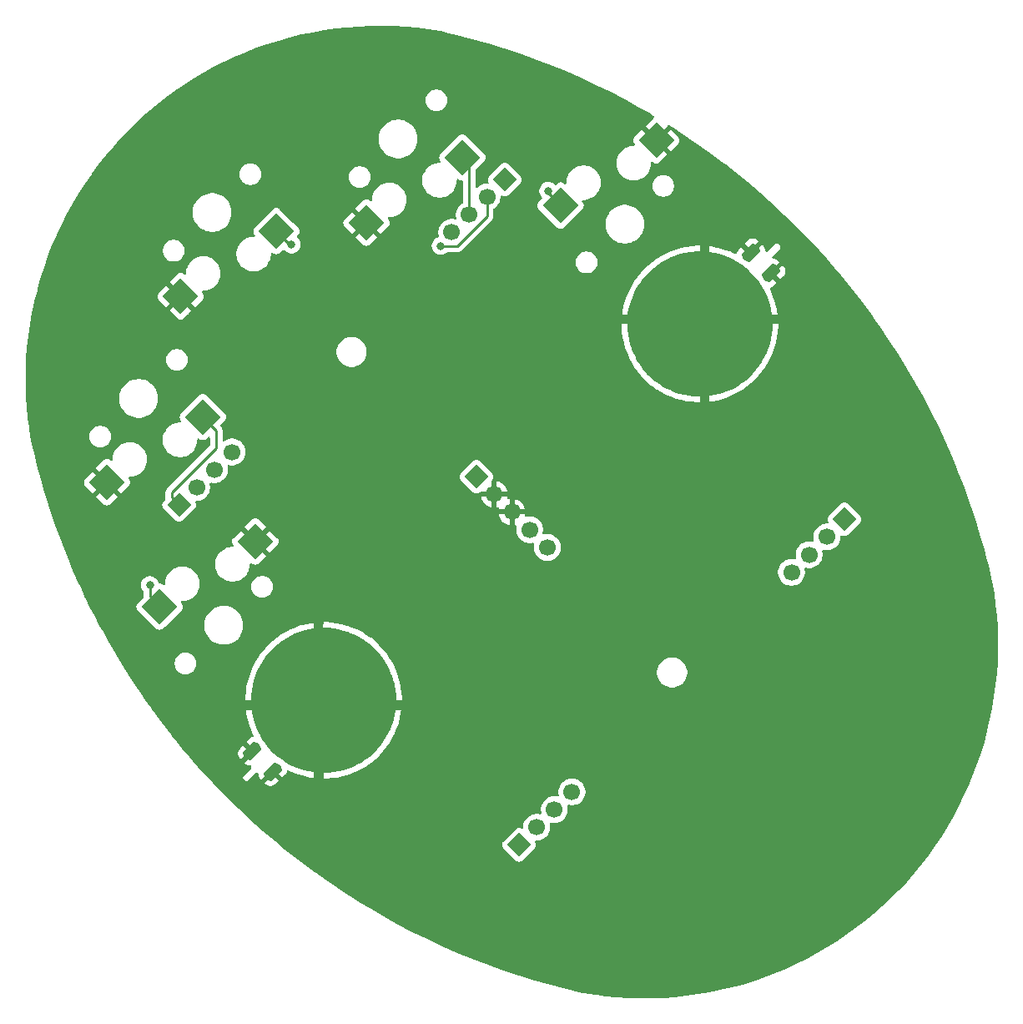
<source format=gbr>
G04 #@! TF.GenerationSoftware,KiCad,Pcbnew,9.0.2*
G04 #@! TF.CreationDate,2025-08-20T20:14:58-04:00*
G04 #@! TF.ProjectId,Trackball,54726163-6b62-4616-9c6c-2e6b69636164,rev?*
G04 #@! TF.SameCoordinates,Original*
G04 #@! TF.FileFunction,Copper,L2,Bot*
G04 #@! TF.FilePolarity,Positive*
%FSLAX46Y46*%
G04 Gerber Fmt 4.6, Leading zero omitted, Abs format (unit mm)*
G04 Created by KiCad (PCBNEW 9.0.2) date 2025-08-20 20:14:58*
%MOMM*%
%LPD*%
G01*
G04 APERTURE LIST*
G04 Aperture macros list*
%AMRoundRect*
0 Rectangle with rounded corners*
0 $1 Rounding radius*
0 $2 $3 $4 $5 $6 $7 $8 $9 X,Y pos of 4 corners*
0 Add a 4 corners polygon primitive as box body*
4,1,4,$2,$3,$4,$5,$6,$7,$8,$9,$2,$3,0*
0 Add four circle primitives for the rounded corners*
1,1,$1+$1,$2,$3*
1,1,$1+$1,$4,$5*
1,1,$1+$1,$6,$7*
1,1,$1+$1,$8,$9*
0 Add four rect primitives between the rounded corners*
20,1,$1+$1,$2,$3,$4,$5,0*
20,1,$1+$1,$4,$5,$6,$7,0*
20,1,$1+$1,$6,$7,$8,$9,0*
20,1,$1+$1,$8,$9,$2,$3,0*%
%AMRotRect*
0 Rectangle, with rotation*
0 The origin of the aperture is its center*
0 $1 length*
0 $2 width*
0 $3 Rotation angle, in degrees counterclockwise*
0 Add horizontal line*
21,1,$1,$2,0,0,$3*%
G04 Aperture macros list end*
G04 #@! TA.AperFunction,SMDPad,CuDef*
%ADD10RotRect,2.600000X2.600000X45.000000*%
G04 #@! TD*
G04 #@! TA.AperFunction,ComponentPad*
%ADD11RotRect,1.700000X1.700000X45.000000*%
G04 #@! TD*
G04 #@! TA.AperFunction,ComponentPad*
%ADD12C,1.700000*%
G04 #@! TD*
G04 #@! TA.AperFunction,ComponentPad*
%ADD13RotRect,1.700000X1.700000X315.000000*%
G04 #@! TD*
G04 #@! TA.AperFunction,ComponentPad*
%ADD14RotRect,1.700000X1.700000X135.000000*%
G04 #@! TD*
G04 #@! TA.AperFunction,SMDPad,CuDef*
%ADD15RotRect,2.600000X2.600000X225.000000*%
G04 #@! TD*
G04 #@! TA.AperFunction,SMDPad,CuDef*
%ADD16RoundRect,0.250000X-0.689429X-0.229810X-0.229810X-0.689429X0.689429X0.229810X0.229810X0.689429X0*%
G04 #@! TD*
G04 #@! TA.AperFunction,SMDPad,CuDef*
%ADD17RoundRect,0.250000X0.689429X0.229810X0.229810X0.689429X-0.689429X-0.229810X-0.229810X-0.689429X0*%
G04 #@! TD*
G04 #@! TA.AperFunction,ViaPad*
%ADD18C,0.800000*%
G04 #@! TD*
G04 #@! TA.AperFunction,Conductor*
%ADD19C,0.250000*%
G04 #@! TD*
G04 APERTURE END LIST*
D10*
X204370850Y-95877267D03*
X194648132Y-102488715D03*
X211836483Y-77013072D03*
X202113765Y-83624520D03*
X230700678Y-69547439D03*
X220977960Y-76158887D03*
D11*
X232144590Y-101917373D03*
D12*
X233940641Y-103713424D03*
X235736692Y-105509475D03*
X237532744Y-107305527D03*
X239328795Y-109101578D03*
D13*
X235000594Y-71761390D03*
D12*
X233204543Y-73557441D03*
X231408492Y-75353492D03*
X229612440Y-77149544D03*
D14*
X236437435Y-139292916D03*
D12*
X238233486Y-137496865D03*
X240029537Y-135700814D03*
X241825589Y-133904762D03*
D14*
X201953252Y-104808732D03*
D12*
X203749303Y-103012681D03*
X205545354Y-101216630D03*
X207341406Y-99420578D03*
D13*
X269484778Y-106245573D03*
D12*
X267688727Y-108041624D03*
X265892676Y-109837675D03*
X264096624Y-111633727D03*
D15*
X240668762Y-74414454D03*
X250391480Y-67803006D03*
X199974767Y-115108449D03*
X209697485Y-108497001D03*
D16*
X259955099Y-79205102D03*
X262041065Y-81291068D03*
D17*
X211482930Y-131849203D03*
X209396964Y-129763237D03*
D18*
X258982828Y-129073809D03*
X214152258Y-84101817D03*
X239417183Y-72936601D03*
X228506525Y-78515674D03*
X213374440Y-78374252D03*
X198991888Y-112937632D03*
D19*
X240668762Y-74414454D02*
X239417183Y-73162875D01*
X239417183Y-73162875D02*
X239417183Y-72936601D01*
X233204543Y-73557441D02*
X233204543Y-75514713D01*
X233204543Y-75514713D02*
X230203582Y-78515674D01*
X211836483Y-77013072D02*
X213197664Y-78374252D01*
X230203582Y-78515674D02*
X228506525Y-78515674D01*
X213197664Y-78374252D02*
X213374440Y-78374252D01*
X201212204Y-104067684D02*
X201212204Y-103547254D01*
X205737687Y-99021770D02*
X205737687Y-97244104D01*
X205737687Y-97244104D02*
X204370850Y-95877267D01*
X201212204Y-103547254D02*
X205737687Y-99021770D01*
X201953252Y-104808732D02*
X201212204Y-104067684D01*
X230700678Y-69547438D02*
X231408492Y-70255252D01*
X231408492Y-70255252D02*
X231408492Y-75353492D01*
X199974767Y-115108450D02*
X198991888Y-114125571D01*
X198991888Y-114125571D02*
X198991888Y-112937632D01*
G04 #@! TA.AperFunction,Conductor*
G36*
X222588541Y-56193992D02*
G01*
X223771420Y-56223530D01*
X223775585Y-56223703D01*
X224956843Y-56292341D01*
X224960893Y-56292645D01*
X226139205Y-56400307D01*
X226143312Y-56400750D01*
X227317474Y-56547327D01*
X227321531Y-56547903D01*
X228492195Y-56733545D01*
X228492195Y-56733544D01*
X228492233Y-56733550D01*
X228500356Y-56734976D01*
X228500567Y-56734872D01*
X228519476Y-56737871D01*
X228549573Y-56742644D01*
X228549466Y-56743314D01*
X228559443Y-56743788D01*
X228962317Y-56838539D01*
X230115641Y-57109787D01*
X230118340Y-57110453D01*
X231731654Y-57528551D01*
X231734261Y-57529258D01*
X233337681Y-57983674D01*
X233340410Y-57984481D01*
X234933094Y-58474973D01*
X234935741Y-58475821D01*
X236517039Y-59002190D01*
X236519633Y-59003087D01*
X238088554Y-59565004D01*
X238091160Y-59565970D01*
X239647031Y-60163194D01*
X239649671Y-60164242D01*
X241191625Y-60796437D01*
X241194141Y-60797502D01*
X242721483Y-61464386D01*
X242724012Y-61465524D01*
X243361739Y-61761299D01*
X244235867Y-62166716D01*
X244238432Y-62167941D01*
X245734011Y-62903072D01*
X245736494Y-62904328D01*
X247039448Y-63581732D01*
X247215121Y-63673064D01*
X247217615Y-63674396D01*
X248678563Y-64476364D01*
X248680934Y-64477701D01*
X249652652Y-65040037D01*
X250120771Y-65310939D01*
X250169712Y-65362371D01*
X250183077Y-65432098D01*
X250156624Y-65497982D01*
X250119699Y-65526992D01*
X250120715Y-65528636D01*
X250114012Y-65532775D01*
X250066631Y-65570957D01*
X250066612Y-65570974D01*
X249292636Y-66344951D01*
X249292636Y-66344953D01*
X250391479Y-67443796D01*
X250391481Y-67443796D01*
X251502280Y-66332996D01*
X251510326Y-66305597D01*
X251563982Y-66259104D01*
X251634256Y-66249000D01*
X251684291Y-66267622D01*
X252372929Y-66708809D01*
X252954553Y-67081436D01*
X252956932Y-67082998D01*
X254339493Y-68013455D01*
X254341835Y-68015070D01*
X255703008Y-68976500D01*
X255705314Y-68978168D01*
X257044437Y-69970102D01*
X257046705Y-69971822D01*
X257457173Y-70290474D01*
X258363096Y-70993755D01*
X258365277Y-70995488D01*
X259658325Y-72046949D01*
X259660463Y-72048729D01*
X260863860Y-73073295D01*
X260929335Y-73129040D01*
X260931468Y-73130898D01*
X261853079Y-73952168D01*
X262175650Y-74239619D01*
X262177753Y-74241536D01*
X263396541Y-75378039D01*
X263398601Y-75380003D01*
X263953930Y-75921797D01*
X264371410Y-76329103D01*
X264591476Y-76543805D01*
X264593482Y-76545808D01*
X265692594Y-77667688D01*
X265759689Y-77736173D01*
X265761658Y-77738228D01*
X266900742Y-78954690D01*
X266902663Y-78956789D01*
X267320912Y-79424173D01*
X268013970Y-80198649D01*
X268015791Y-80200731D01*
X268462336Y-80723007D01*
X269098790Y-81467401D01*
X269100615Y-81469585D01*
X270154692Y-82760342D01*
X270156467Y-82762566D01*
X271181145Y-84076827D01*
X271182869Y-84079091D01*
X272139772Y-85365307D01*
X272177573Y-85416116D01*
X272179235Y-85418403D01*
X272636581Y-86063048D01*
X273143540Y-86777625D01*
X273145160Y-86779965D01*
X274078470Y-88160540D01*
X274080037Y-88162915D01*
X274981949Y-89564249D01*
X274983462Y-89566659D01*
X275853503Y-90988016D01*
X275854961Y-90990460D01*
X276692657Y-92431064D01*
X276694060Y-92433540D01*
X277174864Y-93305109D01*
X277481051Y-93860146D01*
X277499025Y-93892727D01*
X277500364Y-93895221D01*
X277747079Y-94367357D01*
X278272174Y-95372227D01*
X278273463Y-95374764D01*
X279011711Y-96868811D01*
X279012943Y-96871376D01*
X279717263Y-98381717D01*
X279718436Y-98384309D01*
X280388457Y-99910151D01*
X280389572Y-99912770D01*
X280742551Y-100768613D01*
X281023036Y-101448686D01*
X281024973Y-101453381D01*
X281026021Y-101456008D01*
X281172057Y-101834098D01*
X281626451Y-103010540D01*
X281627447Y-103013206D01*
X282192647Y-104580989D01*
X282193581Y-104583677D01*
X282481835Y-105443649D01*
X282702117Y-106100838D01*
X282723194Y-106163717D01*
X282724063Y-106166411D01*
X282754636Y-106264952D01*
X283217869Y-107758052D01*
X283218682Y-107760779D01*
X283676424Y-109363190D01*
X283677175Y-109365935D01*
X283878920Y-110137779D01*
X284085341Y-110927512D01*
X284098609Y-110978271D01*
X284099297Y-110981033D01*
X284483277Y-112598553D01*
X284485038Y-112607358D01*
X284672474Y-113755734D01*
X284673070Y-113759798D01*
X284823314Y-114916301D01*
X284823777Y-114920383D01*
X284936244Y-116081183D01*
X284936573Y-116085278D01*
X285011139Y-117249084D01*
X285011335Y-117253187D01*
X285047926Y-118418832D01*
X285047988Y-118422939D01*
X285046562Y-119589154D01*
X285046490Y-119593261D01*
X285007051Y-120758812D01*
X285006845Y-120762915D01*
X284929434Y-121926541D01*
X284929095Y-121930634D01*
X284813791Y-123091152D01*
X284813318Y-123095233D01*
X284660248Y-124251366D01*
X284659642Y-124255429D01*
X284468973Y-125405917D01*
X284468236Y-125409958D01*
X284240156Y-126553670D01*
X284239287Y-126557685D01*
X283974053Y-127693329D01*
X283973054Y-127697313D01*
X283670936Y-128823729D01*
X283669807Y-128827679D01*
X283331135Y-129943639D01*
X283329878Y-129947549D01*
X282955022Y-131051841D01*
X282953639Y-131055709D01*
X282542966Y-132147241D01*
X282541457Y-132151062D01*
X282095423Y-133228627D01*
X282093790Y-133232396D01*
X281612877Y-134294832D01*
X281611122Y-134298546D01*
X281095832Y-135344738D01*
X281093957Y-135348393D01*
X280544838Y-136377233D01*
X280542845Y-136380825D01*
X279960477Y-137391224D01*
X279958368Y-137394749D01*
X279343383Y-138385615D01*
X279341160Y-138389070D01*
X278694174Y-139359403D01*
X278691840Y-139362782D01*
X278013613Y-140311450D01*
X278011170Y-140314753D01*
X277302353Y-141240840D01*
X277299804Y-141244061D01*
X276561156Y-142146577D01*
X276558502Y-142149713D01*
X275790865Y-143027628D01*
X275788112Y-143030675D01*
X274992253Y-143883115D01*
X274989401Y-143886072D01*
X274166166Y-144712128D01*
X274163219Y-144714990D01*
X273313507Y-145513759D01*
X273310469Y-145516523D01*
X272435170Y-146287174D01*
X272432043Y-146289838D01*
X271532094Y-147031539D01*
X271528882Y-147034100D01*
X270605205Y-147746096D01*
X270601911Y-147748550D01*
X269655555Y-148430030D01*
X269652183Y-148432376D01*
X268684075Y-149082672D01*
X268680628Y-149084906D01*
X267691872Y-149703277D01*
X267688354Y-149705398D01*
X266679977Y-150291204D01*
X266676392Y-150293210D01*
X265649399Y-150845866D01*
X265645750Y-150847753D01*
X264601328Y-151366617D01*
X264597620Y-151368384D01*
X263536860Y-151852919D01*
X263533097Y-151854565D01*
X262457053Y-152304287D01*
X262453237Y-152305809D01*
X261363143Y-152720202D01*
X261359280Y-152721599D01*
X260256241Y-153100244D01*
X260252335Y-153101514D01*
X259137538Y-153444001D01*
X259133592Y-153445143D01*
X258008239Y-153751106D01*
X258004258Y-153752119D01*
X256869529Y-154021237D01*
X256865517Y-154022120D01*
X255722591Y-154254111D01*
X255718553Y-154254862D01*
X254568718Y-154449467D01*
X254564657Y-154450087D01*
X253409024Y-154607115D01*
X253404945Y-154607601D01*
X252244885Y-154726869D01*
X252240793Y-154727223D01*
X251077409Y-154808615D01*
X251073307Y-154808835D01*
X249907897Y-154852262D01*
X249903790Y-154852348D01*
X248737586Y-154857762D01*
X248733479Y-154857714D01*
X247567717Y-154825112D01*
X247563613Y-154824930D01*
X246399559Y-154754345D01*
X246395463Y-154754030D01*
X245234285Y-154645535D01*
X245230202Y-154645086D01*
X244340246Y-154532563D01*
X244073188Y-154498798D01*
X244069135Y-154498218D01*
X243763884Y-154449467D01*
X242920629Y-154314792D01*
X242911599Y-154313010D01*
X241290921Y-153931094D01*
X241288155Y-153930409D01*
X239672887Y-153510988D01*
X239670137Y-153510240D01*
X238064839Y-153054412D01*
X238062106Y-153053603D01*
X236467466Y-152561565D01*
X236464752Y-152560694D01*
X234881661Y-152032719D01*
X234878968Y-152031787D01*
X233308209Y-151468136D01*
X233305538Y-151467143D01*
X231747970Y-150868125D01*
X231745321Y-150867072D01*
X230201638Y-150232953D01*
X230199015Y-150231840D01*
X228670122Y-149562992D01*
X228667524Y-149561820D01*
X227154155Y-148858566D01*
X227151584Y-148857336D01*
X225654491Y-148120024D01*
X225651948Y-148118736D01*
X224171895Y-147347742D01*
X224169383Y-147346397D01*
X223601599Y-147034100D01*
X222707157Y-146542131D01*
X222704683Y-146540734D01*
X221261041Y-145703612D01*
X221258592Y-145702155D01*
X220368048Y-145158478D01*
X219834178Y-144832549D01*
X219831807Y-144831064D01*
X218427519Y-143929525D01*
X218425138Y-143927959D01*
X217787915Y-143498210D01*
X217041502Y-142994822D01*
X217039199Y-142993230D01*
X215845303Y-142148152D01*
X215677098Y-142029091D01*
X215674791Y-142027419D01*
X214334807Y-141032691D01*
X214332538Y-141030966D01*
X214277207Y-140987917D01*
X213678180Y-140521853D01*
X213015460Y-140006235D01*
X213013230Y-140004460D01*
X212248957Y-139381576D01*
X212140172Y-139292916D01*
X234721625Y-139292916D01*
X234742434Y-139437650D01*
X234803177Y-139570659D01*
X234841397Y-139618088D01*
X234841402Y-139618093D01*
X234841411Y-139618103D01*
X236112247Y-140888939D01*
X236112256Y-140888947D01*
X236112263Y-140888954D01*
X236159692Y-140927174D01*
X236292701Y-140987917D01*
X236437435Y-141008726D01*
X236582169Y-140987917D01*
X236715178Y-140927174D01*
X236762607Y-140888954D01*
X238033473Y-139618088D01*
X238071693Y-139570659D01*
X238132436Y-139437650D01*
X238153245Y-139292916D01*
X238132436Y-139148182D01*
X238080156Y-139033706D01*
X238070054Y-138963433D01*
X238099547Y-138898852D01*
X238159273Y-138860469D01*
X238194771Y-138855365D01*
X238340399Y-138855365D01*
X238340402Y-138855365D01*
X238551602Y-138821914D01*
X238754969Y-138755837D01*
X238945495Y-138658759D01*
X239118490Y-138533071D01*
X239269692Y-138381869D01*
X239395380Y-138208874D01*
X239492458Y-138018348D01*
X239558535Y-137814981D01*
X239591986Y-137603781D01*
X239591986Y-137389949D01*
X239558535Y-137178749D01*
X239558530Y-137178734D01*
X239558233Y-137177493D01*
X239558257Y-137177001D01*
X239557760Y-137173860D01*
X239558420Y-137173755D01*
X239561781Y-137106585D01*
X239603100Y-137048852D01*
X239669074Y-137022622D01*
X239706498Y-137025298D01*
X239706532Y-137025088D01*
X239708985Y-137025476D01*
X239710165Y-137025561D01*
X239711406Y-137025858D01*
X239711421Y-137025863D01*
X239922621Y-137059314D01*
X239922624Y-137059314D01*
X240136450Y-137059314D01*
X240136453Y-137059314D01*
X240347653Y-137025863D01*
X240551020Y-136959786D01*
X240741546Y-136862708D01*
X240914541Y-136737020D01*
X241065743Y-136585818D01*
X241191431Y-136412823D01*
X241288509Y-136222297D01*
X241354586Y-136018930D01*
X241388037Y-135807730D01*
X241388037Y-135593898D01*
X241354586Y-135382698D01*
X241354582Y-135382688D01*
X241354283Y-135381437D01*
X241354307Y-135380944D01*
X241353811Y-135377809D01*
X241354469Y-135377704D01*
X241357833Y-135310529D01*
X241399155Y-135252797D01*
X241465130Y-135226570D01*
X241502550Y-135229246D01*
X241502584Y-135229036D01*
X241505030Y-135229423D01*
X241506212Y-135229508D01*
X241507463Y-135229807D01*
X241507473Y-135229811D01*
X241718673Y-135263262D01*
X241718676Y-135263262D01*
X241932502Y-135263262D01*
X241932505Y-135263262D01*
X242143705Y-135229811D01*
X242347072Y-135163734D01*
X242537598Y-135066656D01*
X242710593Y-134940968D01*
X242861795Y-134789766D01*
X242987483Y-134616771D01*
X243084561Y-134426245D01*
X243150638Y-134222878D01*
X243184089Y-134011678D01*
X243184089Y-133797846D01*
X243150638Y-133586646D01*
X243084561Y-133383279D01*
X242987483Y-133192753D01*
X242861795Y-133019758D01*
X242861792Y-133019755D01*
X242861790Y-133019752D01*
X242710598Y-132868560D01*
X242710595Y-132868558D01*
X242710593Y-132868556D01*
X242537598Y-132742868D01*
X242347072Y-132645790D01*
X242347069Y-132645789D01*
X242347067Y-132645788D01*
X242143709Y-132579714D01*
X242143712Y-132579714D01*
X242104390Y-132573486D01*
X241932505Y-132546262D01*
X241718673Y-132546262D01*
X241507473Y-132579713D01*
X241507467Y-132579714D01*
X241304110Y-132645788D01*
X241304104Y-132645791D01*
X241113576Y-132742870D01*
X240940582Y-132868558D01*
X240940579Y-132868560D01*
X240789387Y-133019752D01*
X240789385Y-133019755D01*
X240663697Y-133192749D01*
X240566618Y-133383277D01*
X240566615Y-133383283D01*
X240500541Y-133586640D01*
X240500540Y-133586645D01*
X240500540Y-133586646D01*
X240467089Y-133797846D01*
X240467089Y-134011678D01*
X240500540Y-134222878D01*
X240500543Y-134222896D01*
X240500845Y-134224153D01*
X240500820Y-134224644D01*
X240501315Y-134227767D01*
X240500658Y-134227870D01*
X240497287Y-134295060D01*
X240455958Y-134352787D01*
X240389980Y-134379006D01*
X240352575Y-134376330D01*
X240352542Y-134376540D01*
X240350106Y-134376154D01*
X240348928Y-134376070D01*
X240347671Y-134375768D01*
X240347653Y-134375765D01*
X240136453Y-134342314D01*
X239922621Y-134342314D01*
X239711421Y-134375765D01*
X239711415Y-134375766D01*
X239508058Y-134441840D01*
X239508052Y-134441843D01*
X239317524Y-134538922D01*
X239144530Y-134664610D01*
X239144527Y-134664612D01*
X238993335Y-134815804D01*
X238993333Y-134815807D01*
X238867645Y-134988801D01*
X238770566Y-135179329D01*
X238770563Y-135179335D01*
X238704489Y-135382692D01*
X238704488Y-135382697D01*
X238704488Y-135382698D01*
X238671037Y-135593898D01*
X238671037Y-135807730D01*
X238695943Y-135964982D01*
X238704490Y-136018944D01*
X238704792Y-136020199D01*
X238704767Y-136020689D01*
X238705263Y-136023819D01*
X238704605Y-136023923D01*
X238701237Y-136091107D01*
X238659910Y-136148835D01*
X238593933Y-136175057D01*
X238556524Y-136172381D01*
X238556491Y-136172591D01*
X238554049Y-136172204D01*
X238552871Y-136172120D01*
X238551616Y-136171818D01*
X238485313Y-136161316D01*
X238340402Y-136138365D01*
X238126570Y-136138365D01*
X237915370Y-136171816D01*
X237915364Y-136171817D01*
X237712007Y-136237891D01*
X237712001Y-136237894D01*
X237521473Y-136334973D01*
X237348479Y-136460661D01*
X237348476Y-136460663D01*
X237197284Y-136611855D01*
X237197282Y-136611858D01*
X237071594Y-136784852D01*
X236974515Y-136975380D01*
X236974512Y-136975386D01*
X236908438Y-137178743D01*
X236908438Y-137178746D01*
X236908437Y-137178749D01*
X236880933Y-137352406D01*
X236874986Y-137389952D01*
X236874986Y-137535580D01*
X236854984Y-137603701D01*
X236801328Y-137650194D01*
X236731054Y-137660298D01*
X236696644Y-137650194D01*
X236582169Y-137597915D01*
X236437435Y-137577106D01*
X236292700Y-137597915D01*
X236159691Y-137658658D01*
X236112266Y-137696875D01*
X236112247Y-137696892D01*
X234841411Y-138967728D01*
X234841394Y-138967747D01*
X234803177Y-139015172D01*
X234794713Y-139033707D01*
X234742434Y-139148182D01*
X234721625Y-139292916D01*
X212140172Y-139292916D01*
X211719596Y-138950146D01*
X211717407Y-138948320D01*
X210447984Y-137865044D01*
X210445838Y-137863170D01*
X209679604Y-137178749D01*
X209201220Y-136751443D01*
X209199132Y-136749535D01*
X209185743Y-136737020D01*
X207980023Y-135609983D01*
X207977963Y-135608014D01*
X207614772Y-135252797D01*
X206784880Y-134441124D01*
X206782878Y-134439121D01*
X206770296Y-134426246D01*
X205616529Y-133245580D01*
X205614560Y-133243519D01*
X205441505Y-133058225D01*
X205409928Y-133024415D01*
X205409927Y-133024414D01*
X210666928Y-133024414D01*
X210666928Y-133024415D01*
X210752838Y-133110325D01*
X210833752Y-133176240D01*
X210833758Y-133176243D01*
X210992103Y-133255767D01*
X211164525Y-133296632D01*
X211341716Y-133296632D01*
X211514137Y-133255767D01*
X211672485Y-133176241D01*
X211672486Y-133176240D01*
X211753394Y-133110333D01*
X212069122Y-132794606D01*
X212069122Y-132794604D01*
X211791302Y-132516784D01*
X216600318Y-132516784D01*
X216600319Y-132539865D01*
X216601632Y-132543035D01*
X216604769Y-132546172D01*
X216605440Y-132548234D01*
X216610526Y-132551929D01*
X216616568Y-132557971D01*
X216616575Y-132557974D01*
X216636556Y-132557974D01*
X216900447Y-132558002D01*
X217445785Y-132520406D01*
X217445793Y-132520405D01*
X217987241Y-132445397D01*
X218490261Y-132340029D01*
X218522266Y-132333325D01*
X219048312Y-132184725D01*
X219427104Y-132048966D01*
X219562874Y-132000307D01*
X219562885Y-132000303D01*
X219562886Y-132000302D01*
X219562893Y-132000300D01*
X220063572Y-131780922D01*
X220547979Y-131527630D01*
X220851731Y-131341140D01*
X221013810Y-131241631D01*
X221013814Y-131241627D01*
X221013819Y-131241625D01*
X221458887Y-130924259D01*
X221881076Y-130577037D01*
X222278385Y-130201602D01*
X222648934Y-129799731D01*
X222990969Y-129373329D01*
X223302868Y-128924413D01*
X223583156Y-128455111D01*
X223757356Y-128111804D01*
X223830503Y-127967650D01*
X223830506Y-127967643D01*
X224043745Y-127464319D01*
X224043753Y-127464296D01*
X224221862Y-126947530D01*
X224221862Y-126947528D01*
X224221865Y-126947521D01*
X224364022Y-126419697D01*
X224375377Y-126361983D01*
X224447839Y-125993661D01*
X224469542Y-125883347D01*
X224502612Y-125620836D01*
X224503904Y-125619545D01*
X224503904Y-125610595D01*
X224504741Y-125603954D01*
X224504740Y-125603953D01*
X224504893Y-125602745D01*
X224504893Y-125602744D01*
X224505080Y-125601260D01*
X224502362Y-125594698D01*
X224491558Y-125584556D01*
X224488966Y-125583483D01*
X224484098Y-125583483D01*
X224481759Y-125582383D01*
X224475998Y-125583483D01*
X223980587Y-125583483D01*
X223963735Y-125582351D01*
X223962053Y-125582124D01*
X223950909Y-125583129D01*
X223949867Y-125583561D01*
X223949865Y-125583561D01*
X223949488Y-125583717D01*
X223943423Y-125590066D01*
X223941421Y-125592114D01*
X223935116Y-125598419D01*
X223934888Y-125598968D01*
X223933333Y-125617407D01*
X223851533Y-126098584D01*
X223849799Y-126107025D01*
X223733497Y-126588956D01*
X223731190Y-126597260D01*
X223582214Y-127070118D01*
X223579345Y-127078244D01*
X223398395Y-127539816D01*
X223394977Y-127547727D01*
X223182902Y-127995842D01*
X223178951Y-128003502D01*
X222936736Y-128436078D01*
X222932271Y-128443448D01*
X222661049Y-128858464D01*
X222656090Y-128865513D01*
X222357150Y-129260995D01*
X222351722Y-129267688D01*
X222026433Y-129641828D01*
X222020559Y-129648135D01*
X221670458Y-129999162D01*
X221664167Y-130005052D01*
X221290889Y-130331326D01*
X221284210Y-130336772D01*
X220889512Y-130636761D01*
X220882477Y-130641738D01*
X220468193Y-130914046D01*
X220460834Y-130918531D01*
X220028892Y-131161890D01*
X220021243Y-131165861D01*
X219573689Y-131379119D01*
X219565787Y-131382558D01*
X219104686Y-131564730D01*
X219096567Y-131567620D01*
X218624116Y-131717839D01*
X218615819Y-131720168D01*
X218134201Y-131837743D01*
X218125764Y-131839500D01*
X217637209Y-131923881D01*
X217628671Y-131925056D01*
X217135515Y-131975842D01*
X217126918Y-131976431D01*
X216649780Y-131992759D01*
X216649777Y-131992760D01*
X216627160Y-131993534D01*
X216616569Y-131993534D01*
X216610519Y-131999583D01*
X216605440Y-132003274D01*
X216604771Y-132005331D01*
X216601631Y-132008472D01*
X216601631Y-132010677D01*
X216600730Y-132011013D01*
X216600915Y-132017199D01*
X216600319Y-132019034D01*
X216601035Y-132021239D01*
X216601575Y-132039269D01*
X216601631Y-132043031D01*
X216601631Y-132508490D01*
X216600318Y-132516784D01*
X211791302Y-132516784D01*
X211482931Y-132208413D01*
X211482930Y-132208413D01*
X210666928Y-133024414D01*
X205409927Y-133024414D01*
X204857179Y-132432572D01*
X208443900Y-132432572D01*
X208455063Y-132503116D01*
X208487478Y-132566759D01*
X208505259Y-132584545D01*
X208505259Y-132584550D01*
X208509384Y-132588675D01*
X208536294Y-132615589D01*
X208536304Y-132615595D01*
X208679332Y-132758623D01*
X208679342Y-132758631D01*
X208679404Y-132758693D01*
X208679406Y-132758694D01*
X208679407Y-132758695D01*
X208743046Y-132791120D01*
X208743050Y-132791122D01*
X208813602Y-132802297D01*
X208884153Y-132791123D01*
X208947799Y-132758694D01*
X208947859Y-132758633D01*
X208947863Y-132758631D01*
X208965586Y-132740908D01*
X209738954Y-131967538D01*
X209756230Y-131958105D01*
X209770502Y-131944544D01*
X209786748Y-131941441D01*
X209801265Y-131933515D01*
X209820900Y-131934919D01*
X209840239Y-131931226D01*
X209869596Y-131938401D01*
X209872080Y-131938579D01*
X209875077Y-131939741D01*
X209876056Y-131940135D01*
X209876058Y-131940136D01*
X209922385Y-131958774D01*
X209956530Y-131972511D01*
X210012262Y-132016493D01*
X210035368Y-132083624D01*
X210035501Y-132089405D01*
X210035501Y-132167608D01*
X210076365Y-132340029D01*
X210155889Y-132498374D01*
X210155892Y-132498380D01*
X210221807Y-132579294D01*
X210307717Y-132665204D01*
X210307718Y-132665204D01*
X211064062Y-131908858D01*
X211085711Y-131891526D01*
X211199933Y-131819155D01*
X211349740Y-131687063D01*
X211476915Y-131533061D01*
X211521919Y-131456672D01*
X211541378Y-131431543D01*
X211866866Y-131106054D01*
X211929179Y-131072029D01*
X211999994Y-131077093D01*
X212027048Y-131091117D01*
X212242124Y-131238081D01*
X212287084Y-131293028D01*
X212295199Y-131363559D01*
X212263895Y-131427281D01*
X212260134Y-131431208D01*
X211842140Y-131849202D01*
X211842140Y-131849204D01*
X212428331Y-132435395D01*
X212428333Y-132435395D01*
X212744060Y-132119667D01*
X212809967Y-132038759D01*
X212809968Y-132038758D01*
X212889494Y-131880410D01*
X212906341Y-131809327D01*
X212941513Y-131747655D01*
X213004445Y-131714789D01*
X213075155Y-131721163D01*
X213087235Y-131726678D01*
X213162949Y-131766187D01*
X213162973Y-131766199D01*
X213592244Y-131958773D01*
X213592251Y-131958776D01*
X214032185Y-132125600D01*
X214481224Y-132266081D01*
X214937795Y-132379726D01*
X215400293Y-132466138D01*
X215625024Y-132494477D01*
X215626310Y-132495765D01*
X215635266Y-132495770D01*
X215641915Y-132496608D01*
X215641916Y-132496607D01*
X215643087Y-132496755D01*
X215643089Y-132496755D01*
X215644604Y-132496946D01*
X215647431Y-132495776D01*
X215647434Y-132495777D01*
X215647435Y-132495775D01*
X215651167Y-132494233D01*
X215656433Y-132488622D01*
X215656435Y-132488622D01*
X215656435Y-132488620D01*
X215661311Y-132483427D01*
X215662381Y-132480848D01*
X215662383Y-132475970D01*
X215663487Y-132473627D01*
X215662388Y-132467873D01*
X215662669Y-131972505D01*
X215663805Y-131955710D01*
X215664047Y-131953919D01*
X215663051Y-131942853D01*
X215662705Y-131942015D01*
X215662704Y-131942011D01*
X215662447Y-131941390D01*
X215656129Y-131935355D01*
X215654013Y-131933285D01*
X215647762Y-131927027D01*
X215647760Y-131927026D01*
X215647759Y-131927025D01*
X215647757Y-131927024D01*
X215647222Y-131926803D01*
X215628804Y-131925243D01*
X215146581Y-131843236D01*
X215138122Y-131841497D01*
X214655234Y-131724861D01*
X214646914Y-131722547D01*
X214173145Y-131573109D01*
X214165017Y-131570236D01*
X213811735Y-131431543D01*
X213702574Y-131388688D01*
X213694649Y-131385258D01*
X213245756Y-131172475D01*
X213238084Y-131168511D01*
X212804812Y-130925475D01*
X212797430Y-130920995D01*
X212381815Y-130648850D01*
X212374757Y-130643874D01*
X212371937Y-130641738D01*
X212159921Y-130481131D01*
X211978777Y-130343912D01*
X211972076Y-130338465D01*
X211597563Y-130012077D01*
X211591251Y-130006184D01*
X211239973Y-129654910D01*
X211234079Y-129648598D01*
X210907677Y-129274076D01*
X210902233Y-129267378D01*
X210900007Y-129264440D01*
X210602257Y-128871388D01*
X210597285Y-128864333D01*
X210566838Y-128817836D01*
X210325142Y-128448734D01*
X210320667Y-128441361D01*
X210319814Y-128439841D01*
X210077622Y-128008080D01*
X210073658Y-128000408D01*
X209929044Y-127695336D01*
X209860854Y-127551485D01*
X209857443Y-127543600D01*
X209675893Y-127081162D01*
X209673024Y-127073050D01*
X209523572Y-126599256D01*
X209521258Y-126590936D01*
X209404614Y-126108037D01*
X209402876Y-126099579D01*
X209366101Y-125883349D01*
X209323777Y-125634484D01*
X209323734Y-125634233D01*
X209323733Y-125634232D01*
X209319148Y-125607268D01*
X209319148Y-125598423D01*
X209311862Y-125591137D01*
X209306363Y-125585380D01*
X209306047Y-125585322D01*
X209304210Y-125583485D01*
X209300324Y-125583484D01*
X209300022Y-125582829D01*
X209292210Y-125582124D01*
X209290509Y-125582354D01*
X209273670Y-125583484D01*
X208778269Y-125583484D01*
X208772504Y-125582383D01*
X208770162Y-125583484D01*
X208765296Y-125583484D01*
X208760975Y-125587804D01*
X208757508Y-125589435D01*
X208755262Y-125593517D01*
X208750361Y-125598419D01*
X208750356Y-125598424D01*
X208749182Y-125601259D01*
X208749369Y-125602739D01*
X208750358Y-125618495D01*
X208750358Y-125626198D01*
X208754065Y-125640187D01*
X208779962Y-125845590D01*
X208866364Y-126308104D01*
X208866371Y-126308138D01*
X208980015Y-126764736D01*
X209120495Y-127213796D01*
X209120500Y-127213809D01*
X209245639Y-127543829D01*
X209287332Y-127653781D01*
X209479919Y-128083085D01*
X209479930Y-128083107D01*
X209519495Y-128158929D01*
X209533276Y-128228575D01*
X209507216Y-128294616D01*
X209449588Y-128336084D01*
X209436848Y-128339822D01*
X209365761Y-128356670D01*
X209365757Y-128356672D01*
X209207408Y-128436198D01*
X209207407Y-128436199D01*
X209126499Y-128502106D01*
X208810772Y-128817834D01*
X208810772Y-128817836D01*
X209396962Y-129404026D01*
X209396964Y-129404026D01*
X209814969Y-128986021D01*
X209877281Y-128951995D01*
X209948096Y-128957060D01*
X210004932Y-128999607D01*
X210008096Y-129004029D01*
X210087173Y-129119754D01*
X210155061Y-129219103D01*
X210176979Y-129286631D01*
X210158909Y-129355290D01*
X210140124Y-129379286D01*
X209814658Y-129704751D01*
X209789519Y-129724217D01*
X209713100Y-129769236D01*
X209559105Y-129896405D01*
X209559097Y-129896412D01*
X209545524Y-129911804D01*
X209427009Y-130046212D01*
X209354605Y-130160486D01*
X209337266Y-130182143D01*
X208580962Y-130938447D01*
X208580962Y-130938449D01*
X208666872Y-131024359D01*
X208747786Y-131090274D01*
X208747792Y-131090277D01*
X208906137Y-131169801D01*
X209078559Y-131210666D01*
X209156808Y-131210666D01*
X209176896Y-131216564D01*
X209197810Y-131217524D01*
X209210270Y-131226363D01*
X209224929Y-131230668D01*
X209238638Y-131246489D01*
X209255714Y-131258604D01*
X209269009Y-131281540D01*
X209271422Y-131284324D01*
X209273692Y-131289614D01*
X209280510Y-131306555D01*
X209306459Y-131371045D01*
X209313332Y-131441709D01*
X209280910Y-131504870D01*
X209278663Y-131507175D01*
X208487685Y-132298154D01*
X208487508Y-132298398D01*
X208455079Y-132362030D01*
X208445359Y-132423361D01*
X208445359Y-132423362D01*
X208443900Y-132432572D01*
X204857179Y-132432572D01*
X204475494Y-132023892D01*
X204473581Y-132021797D01*
X204468847Y-132016493D01*
X203362394Y-130776723D01*
X203360527Y-130774583D01*
X202682072Y-129978860D01*
X202618628Y-129904450D01*
X207949535Y-129904450D01*
X207949535Y-130081642D01*
X207990399Y-130254063D01*
X208069923Y-130412408D01*
X208069926Y-130412414D01*
X208135841Y-130493328D01*
X208221751Y-130579238D01*
X208221752Y-130579238D01*
X209037753Y-129763236D01*
X209037753Y-129763235D01*
X208451563Y-129177045D01*
X208451561Y-129177045D01*
X208135833Y-129492772D01*
X208069926Y-129573680D01*
X208069925Y-129573681D01*
X207990399Y-129732029D01*
X207949535Y-129904450D01*
X202618628Y-129904450D01*
X202277765Y-129504671D01*
X202275941Y-129502481D01*
X201759246Y-128867952D01*
X201222215Y-128208450D01*
X201220460Y-128206245D01*
X201124738Y-128083107D01*
X200542559Y-127334181D01*
X200196228Y-126888655D01*
X200194505Y-126886385D01*
X199259841Y-125626198D01*
X199200380Y-125546027D01*
X199198715Y-125543729D01*
X199102700Y-125407961D01*
X198546994Y-124622173D01*
X208688964Y-124622173D01*
X208688998Y-124622259D01*
X208699736Y-124635017D01*
X208701100Y-124636199D01*
X208703697Y-124637317D01*
X208710385Y-124637408D01*
X208714583Y-124638777D01*
X208718465Y-124637519D01*
X209207511Y-124644218D01*
X209217356Y-124645848D01*
X209230795Y-124645848D01*
X209238068Y-124645848D01*
X209241003Y-124644677D01*
X209241006Y-124644678D01*
X209244320Y-124641453D01*
X209246555Y-124640727D01*
X209250144Y-124635786D01*
X209250935Y-124635017D01*
X209256146Y-124629947D01*
X209256146Y-124629946D01*
X209256147Y-124629946D01*
X209256147Y-124629944D01*
X209256159Y-124629916D01*
X209256193Y-124627459D01*
X209256295Y-124627321D01*
X209256295Y-124620294D01*
X209256308Y-124619375D01*
X209256326Y-124619314D01*
X209256369Y-124616843D01*
X209256658Y-124608407D01*
X209273388Y-124119445D01*
X209273977Y-124110861D01*
X209324744Y-123617891D01*
X209325912Y-123609401D01*
X209410266Y-123121022D01*
X209412022Y-123112594D01*
X209415542Y-123098177D01*
X209529554Y-122631169D01*
X209531873Y-122622904D01*
X209682056Y-122150600D01*
X209684933Y-122142521D01*
X209867051Y-121681592D01*
X209870478Y-121673718D01*
X210083667Y-121226345D01*
X210087631Y-121218711D01*
X210093775Y-121207807D01*
X210330924Y-120786923D01*
X210335376Y-120779620D01*
X210607615Y-120365480D01*
X210612566Y-120358483D01*
X210912492Y-119963906D01*
X210917900Y-119957276D01*
X211244082Y-119584147D01*
X211249934Y-119577897D01*
X211600869Y-119227930D01*
X211607159Y-119222073D01*
X211981182Y-118896931D01*
X211987849Y-118891525D01*
X212223989Y-118713058D01*
X212383217Y-118592719D01*
X212390266Y-118587761D01*
X212805132Y-118316683D01*
X212812457Y-118312247D01*
X213244899Y-118070157D01*
X213252537Y-118066218D01*
X213700533Y-117854250D01*
X213708399Y-117850853D01*
X214169814Y-117670016D01*
X214177926Y-117667153D01*
X214650621Y-117518285D01*
X214658904Y-117515984D01*
X215140682Y-117399776D01*
X215149082Y-117398052D01*
X215640552Y-117314562D01*
X215649140Y-117314538D01*
X215656355Y-117307280D01*
X215662107Y-117301788D01*
X215662172Y-117301429D01*
X215664034Y-117299557D01*
X215664022Y-117295739D01*
X215664708Y-117295422D01*
X215665385Y-117287793D01*
X215665075Y-117285491D01*
X215663944Y-117269014D01*
X215663755Y-117203487D01*
X216593237Y-117203487D01*
X216593254Y-117222915D01*
X216594417Y-117225836D01*
X216597651Y-117229161D01*
X216598384Y-117231408D01*
X216603311Y-117234981D01*
X216609146Y-117240980D01*
X216609147Y-117240980D01*
X216609171Y-117240990D01*
X216611647Y-117241025D01*
X216611799Y-117241136D01*
X216618793Y-117241129D01*
X216619760Y-117241143D01*
X216619827Y-117241163D01*
X216622331Y-117241206D01*
X216653485Y-117242289D01*
X217142266Y-117259291D01*
X217151219Y-117259924D01*
X217666304Y-117314840D01*
X217675189Y-117316110D01*
X218185044Y-117407654D01*
X218193818Y-117409555D01*
X218695841Y-117537262D01*
X218704446Y-117539782D01*
X218985058Y-117632943D01*
X219196056Y-117702993D01*
X219204491Y-117706132D01*
X219683186Y-117904015D01*
X219691375Y-117907748D01*
X219831023Y-117977534D01*
X220064088Y-118094003D01*
X220154720Y-118139294D01*
X220162619Y-118143600D01*
X220599260Y-118402303D01*
X220608260Y-118407635D01*
X220615832Y-118412495D01*
X220940015Y-118637300D01*
X221041491Y-118707668D01*
X221048694Y-118713054D01*
X221237045Y-118864670D01*
X221452188Y-119037853D01*
X221458993Y-119043743D01*
X221802366Y-119363117D01*
X221838280Y-119396520D01*
X221844641Y-119402875D01*
X222018230Y-119589154D01*
X222197776Y-119781826D01*
X222203670Y-119788622D01*
X222431217Y-120070755D01*
X222528861Y-120191822D01*
X222534252Y-120199018D01*
X222641673Y-120353613D01*
X222829826Y-120624395D01*
X222834694Y-120631964D01*
X222935872Y-120802365D01*
X223046883Y-120989328D01*
X223099146Y-121077347D01*
X223103458Y-121085237D01*
X223150249Y-121178649D01*
X223335449Y-121548376D01*
X223339190Y-121556562D01*
X223537529Y-122035077D01*
X223540675Y-122043508D01*
X223704345Y-122534945D01*
X223706877Y-122543561D01*
X223801577Y-122914359D01*
X223835054Y-123045441D01*
X223836968Y-123054235D01*
X223928994Y-123563997D01*
X223930275Y-123572906D01*
X223985674Y-124087898D01*
X223986317Y-124096875D01*
X223995286Y-124347866D01*
X224004975Y-124619036D01*
X224005042Y-124620912D01*
X224005042Y-124629598D01*
X224005362Y-124629918D01*
X224005363Y-124629920D01*
X224011093Y-124635650D01*
X224014782Y-124640727D01*
X224016837Y-124641394D01*
X224019978Y-124644535D01*
X224019980Y-124644536D01*
X224026504Y-124644536D01*
X224030542Y-124645848D01*
X224034580Y-124644536D01*
X224515665Y-124644536D01*
X224523948Y-124645848D01*
X224539659Y-124645848D01*
X224547055Y-124645848D01*
X224550220Y-124644536D01*
X224550221Y-124644536D01*
X224550539Y-124644218D01*
X224553362Y-124641394D01*
X224555419Y-124640727D01*
X224559109Y-124635647D01*
X224565159Y-124629598D01*
X224565159Y-124608474D01*
X224565159Y-124583585D01*
X224565092Y-124583248D01*
X224565093Y-124347866D01*
X224528085Y-123806790D01*
X224454238Y-123269501D01*
X224343899Y-122738504D01*
X224197579Y-122216275D01*
X224172786Y-122146512D01*
X224016775Y-121707531D01*
X224016774Y-121707529D01*
X224015965Y-121705252D01*
X224000778Y-121670288D01*
X250453642Y-121670288D01*
X250453642Y-121674660D01*
X250453642Y-121910930D01*
X250491287Y-122148611D01*
X250491288Y-122148614D01*
X250562791Y-122368678D01*
X250565650Y-122377475D01*
X250674900Y-122591890D01*
X250816346Y-122786574D01*
X250816348Y-122786576D01*
X250816350Y-122786579D01*
X250986500Y-122956729D01*
X250986503Y-122956731D01*
X250986506Y-122956734D01*
X251181190Y-123098180D01*
X251395605Y-123207430D01*
X251624469Y-123281793D01*
X251862150Y-123319438D01*
X251862153Y-123319438D01*
X252102789Y-123319438D01*
X252102792Y-123319438D01*
X252340473Y-123281793D01*
X252569337Y-123207430D01*
X252783752Y-123098180D01*
X252978436Y-122956734D01*
X253148596Y-122786574D01*
X253290042Y-122591890D01*
X253399292Y-122377475D01*
X253473655Y-122148611D01*
X253511300Y-121910930D01*
X253511300Y-121670288D01*
X253473655Y-121432607D01*
X253399292Y-121203743D01*
X253290042Y-120989328D01*
X253148596Y-120794644D01*
X253148593Y-120794641D01*
X253148591Y-120794638D01*
X252978441Y-120624488D01*
X252978438Y-120624486D01*
X252978436Y-120624484D01*
X252831886Y-120518010D01*
X252783755Y-120483040D01*
X252783754Y-120483039D01*
X252783752Y-120483038D01*
X252569337Y-120373788D01*
X252569336Y-120373787D01*
X252569335Y-120373787D01*
X252340476Y-120299426D01*
X252340473Y-120299425D01*
X252102792Y-120261780D01*
X251862150Y-120261780D01*
X251624469Y-120299425D01*
X251624466Y-120299425D01*
X251624465Y-120299426D01*
X251395606Y-120373787D01*
X251181186Y-120483040D01*
X250986503Y-120624486D01*
X250986500Y-120624488D01*
X250816350Y-120794638D01*
X250816348Y-120794641D01*
X250674902Y-120989324D01*
X250565649Y-121203744D01*
X250506233Y-121386607D01*
X250491287Y-121432607D01*
X250453642Y-121670288D01*
X224000778Y-121670288D01*
X223845083Y-121311839D01*
X223799896Y-121207807D01*
X223550387Y-120726270D01*
X223488492Y-120624488D01*
X223268600Y-120262888D01*
X223268597Y-120262883D01*
X222955842Y-119819806D01*
X222951743Y-119814768D01*
X222613579Y-119399104D01*
X222461003Y-119235733D01*
X222243406Y-119002742D01*
X221847046Y-118632564D01*
X221426348Y-118290298D01*
X221218528Y-118143602D01*
X220983267Y-117977535D01*
X220983265Y-117977534D01*
X220519897Y-117695750D01*
X220519893Y-117695748D01*
X220177413Y-117518288D01*
X220038354Y-117446233D01*
X220038340Y-117446227D01*
X220038328Y-117446221D01*
X219540935Y-117230170D01*
X219540922Y-117230165D01*
X219464260Y-117202919D01*
X219349704Y-117162205D01*
X219029887Y-117048540D01*
X219029865Y-117048533D01*
X218507682Y-116902222D01*
X218507661Y-116902217D01*
X218415026Y-116882967D01*
X217976665Y-116791873D01*
X217976660Y-116791872D01*
X217976654Y-116791871D01*
X217439378Y-116718022D01*
X216898293Y-116681008D01*
X216649896Y-116681008D01*
X216649895Y-116681008D01*
X216627162Y-116681008D01*
X216616926Y-116680866D01*
X216610679Y-116686941D01*
X216605440Y-116690748D01*
X216604827Y-116692632D01*
X216601782Y-116695595D01*
X216601745Y-116698225D01*
X216600449Y-116698689D01*
X216600318Y-116698995D01*
X216600320Y-116724836D01*
X216601286Y-116731221D01*
X216594880Y-117192432D01*
X216594694Y-117193558D01*
X216594845Y-117194129D01*
X216593237Y-117203487D01*
X215663755Y-117203487D01*
X215662506Y-116771078D01*
X215663601Y-116765347D01*
X215662483Y-116762970D01*
X215662469Y-116758066D01*
X215658163Y-116753785D01*
X215656549Y-116750352D01*
X215652433Y-116748088D01*
X215647487Y-116743171D01*
X215644707Y-116742028D01*
X215643016Y-116742242D01*
X215627629Y-116743229D01*
X215619479Y-116743252D01*
X215605611Y-116746947D01*
X215362817Y-116777537D01*
X215362816Y-116777537D01*
X214826915Y-116882962D01*
X214826897Y-116882966D01*
X214510309Y-116968212D01*
X214299462Y-117024986D01*
X214299457Y-117024987D01*
X214299452Y-117024989D01*
X213783045Y-117202915D01*
X213783037Y-117202919D01*
X213718708Y-117230162D01*
X213280059Y-117415926D01*
X212792926Y-117662990D01*
X212792900Y-117663005D01*
X212323932Y-117942946D01*
X212323895Y-117942970D01*
X211875245Y-118254503D01*
X211875235Y-118254510D01*
X211449076Y-118596126D01*
X211449052Y-118596146D01*
X211047369Y-118966252D01*
X211047355Y-118966266D01*
X210672051Y-119363114D01*
X210672048Y-119363117D01*
X210324894Y-119784834D01*
X210324886Y-119784844D01*
X210007557Y-120229400D01*
X210007541Y-120229423D01*
X209721508Y-120694749D01*
X209468130Y-121178637D01*
X209468124Y-121178649D01*
X209248608Y-121678794D01*
X209063974Y-122192878D01*
X208915113Y-122718421D01*
X208802724Y-123252947D01*
X208727339Y-123793934D01*
X208727339Y-123793940D01*
X208689315Y-124338819D01*
X208689314Y-124338841D01*
X208689107Y-124610995D01*
X208689095Y-124612621D01*
X208688964Y-124622173D01*
X198546994Y-124622173D01*
X198235116Y-124181167D01*
X198233546Y-124178894D01*
X197301017Y-122794893D01*
X197299460Y-122792525D01*
X196398472Y-121387788D01*
X196396973Y-121385391D01*
X196374624Y-121348749D01*
X196041374Y-120802365D01*
X201507340Y-120802365D01*
X201507340Y-120975729D01*
X201509494Y-120989328D01*
X201534461Y-121146964D01*
X201580853Y-121289743D01*
X201588032Y-121311838D01*
X201666738Y-121466307D01*
X201666740Y-121466310D01*
X201768640Y-121606563D01*
X201891223Y-121729146D01*
X201891226Y-121729148D01*
X202031480Y-121831049D01*
X202185949Y-121909755D01*
X202350822Y-121963325D01*
X202350823Y-121963325D01*
X202350828Y-121963327D01*
X202522058Y-121990447D01*
X202522061Y-121990447D01*
X202695419Y-121990447D01*
X202695422Y-121990447D01*
X202866652Y-121963327D01*
X203031531Y-121909755D01*
X203186000Y-121831049D01*
X203326254Y-121729148D01*
X203448841Y-121606561D01*
X203550742Y-121466307D01*
X203629448Y-121311838D01*
X203683020Y-121146959D01*
X203710140Y-120975729D01*
X203710140Y-120802365D01*
X203683020Y-120631135D01*
X203629448Y-120466256D01*
X203550742Y-120311787D01*
X203490901Y-120229423D01*
X203448839Y-120171530D01*
X203326256Y-120048947D01*
X203186003Y-119947047D01*
X203186002Y-119947046D01*
X203186000Y-119947045D01*
X203031531Y-119868339D01*
X203031528Y-119868338D01*
X203031526Y-119868337D01*
X202866655Y-119814768D01*
X202866659Y-119814768D01*
X202834781Y-119809719D01*
X202695422Y-119787647D01*
X202522058Y-119787647D01*
X202350828Y-119814767D01*
X202350822Y-119814768D01*
X202185953Y-119868337D01*
X202185947Y-119868340D01*
X202031476Y-119947047D01*
X201891223Y-120048947D01*
X201768640Y-120171530D01*
X201666740Y-120311783D01*
X201588033Y-120466254D01*
X201588030Y-120466260D01*
X201534461Y-120631129D01*
X201534460Y-120631134D01*
X201534460Y-120631135D01*
X201507340Y-120802365D01*
X196041374Y-120802365D01*
X195527986Y-119960633D01*
X195526542Y-119958202D01*
X195525992Y-119957252D01*
X194690028Y-118514196D01*
X194688642Y-118511741D01*
X194671475Y-118480499D01*
X194245304Y-117704904D01*
X193884990Y-117049164D01*
X193883646Y-117046651D01*
X193406107Y-116128985D01*
X193113261Y-115566236D01*
X193112029Y-115563801D01*
X192888010Y-115108449D01*
X197622561Y-115108449D01*
X197643370Y-115253183D01*
X197704113Y-115386192D01*
X197742333Y-115433621D01*
X197742338Y-115433626D01*
X197742347Y-115433636D01*
X199649579Y-117340868D01*
X199649588Y-117340876D01*
X199649595Y-117340883D01*
X199697024Y-117379103D01*
X199830033Y-117439846D01*
X199974767Y-117460655D01*
X200119501Y-117439846D01*
X200252510Y-117379103D01*
X200299939Y-117340883D01*
X200512076Y-117128746D01*
X200769659Y-116871164D01*
X204532827Y-116871164D01*
X204532827Y-117128755D01*
X204566447Y-117384127D01*
X204566448Y-117384133D01*
X204566449Y-117384135D01*
X204633117Y-117632944D01*
X204731691Y-117870922D01*
X204731692Y-117870923D01*
X204731697Y-117870934D01*
X204860486Y-118094003D01*
X205017287Y-118298348D01*
X205017306Y-118298369D01*
X205199417Y-118480480D01*
X205199427Y-118480489D01*
X205199433Y-118480495D01*
X205199436Y-118480497D01*
X205199438Y-118480499D01*
X205403783Y-118637300D01*
X205626852Y-118766089D01*
X205626856Y-118766090D01*
X205626865Y-118766096D01*
X205864843Y-118864670D01*
X206113652Y-118931338D01*
X206113658Y-118931338D01*
X206113659Y-118931339D01*
X206142961Y-118935196D01*
X206369034Y-118964960D01*
X206369041Y-118964960D01*
X206626613Y-118964960D01*
X206626620Y-118964960D01*
X206882002Y-118931338D01*
X207130811Y-118864670D01*
X207368789Y-118766096D01*
X207591865Y-118637303D01*
X207591865Y-118637302D01*
X207591870Y-118637300D01*
X207710544Y-118546237D01*
X207796221Y-118480495D01*
X207978362Y-118298354D01*
X208072567Y-118175584D01*
X208135167Y-118094003D01*
X208148931Y-118070164D01*
X208263963Y-117870922D01*
X208362537Y-117632944D01*
X208429205Y-117384135D01*
X208462827Y-117128753D01*
X208462827Y-116871167D01*
X208429205Y-116615785D01*
X208362537Y-116366976D01*
X208263963Y-116128998D01*
X208263957Y-116128989D01*
X208263956Y-116128985D01*
X208135167Y-115905916D01*
X207978366Y-115701571D01*
X207978364Y-115701569D01*
X207978362Y-115701566D01*
X207978356Y-115701560D01*
X207978347Y-115701550D01*
X207796236Y-115519439D01*
X207796215Y-115519420D01*
X207591870Y-115362619D01*
X207368801Y-115233830D01*
X207368793Y-115233826D01*
X207368789Y-115233824D01*
X207130811Y-115135250D01*
X206882002Y-115068582D01*
X206882000Y-115068581D01*
X206881994Y-115068580D01*
X206626622Y-115034960D01*
X206626620Y-115034960D01*
X206369034Y-115034960D01*
X206369031Y-115034960D01*
X206113659Y-115068580D01*
X205864843Y-115135250D01*
X205626863Y-115233825D01*
X205626852Y-115233830D01*
X205403783Y-115362619D01*
X205199438Y-115519420D01*
X205199417Y-115519439D01*
X205017306Y-115701550D01*
X205017287Y-115701571D01*
X204860486Y-115905916D01*
X204731697Y-116128985D01*
X204731692Y-116128996D01*
X204633117Y-116366976D01*
X204566447Y-116615792D01*
X204532827Y-116871164D01*
X200769659Y-116871164D01*
X200862876Y-116777947D01*
X202207186Y-115433636D01*
X202207201Y-115433621D01*
X202245421Y-115386192D01*
X202306164Y-115253183D01*
X202326973Y-115108449D01*
X202306164Y-114963715D01*
X202245421Y-114830706D01*
X202207201Y-114783277D01*
X202207194Y-114783270D01*
X202207186Y-114783261D01*
X202182195Y-114758270D01*
X202148169Y-114695958D01*
X202153234Y-114625143D01*
X202195781Y-114568307D01*
X202262301Y-114543496D01*
X202271290Y-114543175D01*
X202405269Y-114543175D01*
X202405276Y-114543175D01*
X202610887Y-114516105D01*
X202632773Y-114513224D01*
X202632773Y-114513223D01*
X202632780Y-114513223D01*
X202854429Y-114453833D01*
X203066430Y-114366019D01*
X203265154Y-114251286D01*
X203447203Y-114111594D01*
X203609461Y-113949336D01*
X203749153Y-113767287D01*
X203863886Y-113568563D01*
X203951700Y-113356562D01*
X204011090Y-113134913D01*
X204025667Y-113024191D01*
X209285514Y-113024191D01*
X209285514Y-113197555D01*
X209310698Y-113356561D01*
X209312635Y-113368790D01*
X209366204Y-113533659D01*
X209366206Y-113533664D01*
X209444912Y-113688133D01*
X209444914Y-113688136D01*
X209546814Y-113828389D01*
X209669397Y-113950972D01*
X209669400Y-113950974D01*
X209809654Y-114052875D01*
X209964123Y-114131581D01*
X210128996Y-114185151D01*
X210128997Y-114185151D01*
X210129002Y-114185153D01*
X210300232Y-114212273D01*
X210300235Y-114212273D01*
X210473593Y-114212273D01*
X210473596Y-114212273D01*
X210644826Y-114185153D01*
X210809705Y-114131581D01*
X210964174Y-114052875D01*
X211104428Y-113950974D01*
X211227015Y-113828387D01*
X211328916Y-113688133D01*
X211407622Y-113533664D01*
X211461194Y-113368785D01*
X211488314Y-113197555D01*
X211488314Y-113024191D01*
X211461194Y-112852961D01*
X211407622Y-112688082D01*
X211328916Y-112533613D01*
X211227015Y-112393359D01*
X211227013Y-112393356D01*
X211104430Y-112270773D01*
X210964177Y-112168873D01*
X210964176Y-112168872D01*
X210964174Y-112168871D01*
X210809705Y-112090165D01*
X210809702Y-112090164D01*
X210809700Y-112090163D01*
X210644829Y-112036594D01*
X210644833Y-112036594D01*
X210612955Y-112031545D01*
X210473596Y-112009473D01*
X210300232Y-112009473D01*
X210129002Y-112036593D01*
X210128996Y-112036594D01*
X209964127Y-112090163D01*
X209964121Y-112090166D01*
X209809650Y-112168873D01*
X209669397Y-112270773D01*
X209546814Y-112393356D01*
X209444914Y-112533609D01*
X209366207Y-112688080D01*
X209366204Y-112688086D01*
X209312635Y-112852955D01*
X209312634Y-112852960D01*
X209312634Y-112852961D01*
X209285514Y-113024191D01*
X204025667Y-113024191D01*
X204041042Y-112907409D01*
X204041042Y-112677941D01*
X204018576Y-112507296D01*
X204011091Y-112450443D01*
X204011090Y-112450441D01*
X204011090Y-112450437D01*
X203951700Y-112228788D01*
X203863886Y-112016787D01*
X203863880Y-112016778D01*
X203863879Y-112016774D01*
X203749155Y-111818066D01*
X203749150Y-111818059D01*
X203609468Y-111636022D01*
X203609449Y-111636001D01*
X203447215Y-111473767D01*
X203447194Y-111473748D01*
X203265157Y-111334066D01*
X203265150Y-111334061D01*
X203066442Y-111219337D01*
X203066434Y-111219333D01*
X203066430Y-111219331D01*
X202854429Y-111131517D01*
X202632780Y-111072127D01*
X202632773Y-111072125D01*
X202405278Y-111042175D01*
X202405276Y-111042175D01*
X202175808Y-111042175D01*
X202175805Y-111042175D01*
X201948310Y-111072125D01*
X201726655Y-111131517D01*
X201570558Y-111196175D01*
X201514652Y-111219332D01*
X201514641Y-111219337D01*
X201315933Y-111334061D01*
X201315926Y-111334066D01*
X201133889Y-111473748D01*
X201133868Y-111473767D01*
X200971634Y-111636001D01*
X200971615Y-111636022D01*
X200831933Y-111818059D01*
X200831928Y-111818066D01*
X200717204Y-112016774D01*
X200717199Y-112016785D01*
X200717198Y-112016787D01*
X200669256Y-112132530D01*
X200629384Y-112228788D01*
X200569992Y-112450443D01*
X200540042Y-112677938D01*
X200540042Y-112811927D01*
X200520040Y-112880048D01*
X200466384Y-112926541D01*
X200396110Y-112936645D01*
X200331530Y-112907151D01*
X200324947Y-112901022D01*
X200299954Y-112876029D01*
X200299944Y-112876020D01*
X200299939Y-112876015D01*
X200252510Y-112837795D01*
X200119501Y-112777052D01*
X199974767Y-112756243D01*
X199974766Y-112756243D01*
X199966378Y-112755037D01*
X199901797Y-112725544D01*
X199870521Y-112677242D01*
X199867844Y-112678352D01*
X199864357Y-112669933D01*
X199796990Y-112507296D01*
X199697566Y-112358497D01*
X199571023Y-112231954D01*
X199422224Y-112132530D01*
X199305317Y-112084105D01*
X199256891Y-112064046D01*
X199256889Y-112064045D01*
X199256888Y-112064045D01*
X199168533Y-112046470D01*
X199081369Y-112029132D01*
X199081367Y-112029132D01*
X198902409Y-112029132D01*
X198902406Y-112029132D01*
X198771659Y-112055139D01*
X198726888Y-112064045D01*
X198726887Y-112064045D01*
X198726884Y-112064046D01*
X198561550Y-112132531D01*
X198412757Y-112231951D01*
X198412750Y-112231956D01*
X198286212Y-112358494D01*
X198286207Y-112358501D01*
X198209078Y-112473934D01*
X198186786Y-112507296D01*
X198182049Y-112518733D01*
X198118302Y-112672628D01*
X198083388Y-112848150D01*
X198083388Y-112848153D01*
X198083388Y-113027111D01*
X198118301Y-113202632D01*
X198186786Y-113367968D01*
X198286210Y-113516767D01*
X198286212Y-113516769D01*
X198321483Y-113552040D01*
X198355509Y-113614352D01*
X198358388Y-113641135D01*
X198358388Y-114115031D01*
X198338386Y-114183152D01*
X198321483Y-114204126D01*
X197742347Y-114783261D01*
X197742330Y-114783280D01*
X197704113Y-114830705D01*
X197704113Y-114830706D01*
X197643370Y-114963715D01*
X197622561Y-115108449D01*
X192888010Y-115108449D01*
X192504103Y-114328102D01*
X192375325Y-114066340D01*
X192374096Y-114063769D01*
X191959461Y-113170507D01*
X191671446Y-112550025D01*
X191670313Y-112547508D01*
X191002062Y-111018216D01*
X191001019Y-111015752D01*
X190870665Y-110698039D01*
X205631210Y-110698039D01*
X205631210Y-110927512D01*
X205661160Y-111155007D01*
X205661162Y-111155014D01*
X205720552Y-111376663D01*
X205808366Y-111588664D01*
X205808367Y-111588665D01*
X205808372Y-111588676D01*
X205923096Y-111787384D01*
X205923101Y-111787391D01*
X206062783Y-111969428D01*
X206062802Y-111969449D01*
X206225036Y-112131683D01*
X206225057Y-112131702D01*
X206407094Y-112271384D01*
X206407101Y-112271389D01*
X206605809Y-112386113D01*
X206605813Y-112386114D01*
X206605822Y-112386120D01*
X206817823Y-112473934D01*
X207039472Y-112533324D01*
X207039476Y-112533324D01*
X207039478Y-112533325D01*
X207098108Y-112541043D01*
X207266976Y-112563276D01*
X207266983Y-112563276D01*
X207496437Y-112563276D01*
X207496444Y-112563276D01*
X207721753Y-112533613D01*
X207723941Y-112533325D01*
X207723941Y-112533324D01*
X207723948Y-112533324D01*
X207945597Y-112473934D01*
X208157598Y-112386120D01*
X208356322Y-112271387D01*
X208538371Y-112131695D01*
X208700629Y-111969437D01*
X208840321Y-111787388D01*
X208955054Y-111588664D01*
X208980674Y-111526811D01*
X262738124Y-111526811D01*
X262738124Y-111740643D01*
X262750387Y-111818066D01*
X262771576Y-111951848D01*
X262830283Y-112132530D01*
X262837652Y-112155210D01*
X262934730Y-112345736D01*
X263060418Y-112518731D01*
X263060420Y-112518733D01*
X263060422Y-112518736D01*
X263211614Y-112669928D01*
X263211617Y-112669930D01*
X263211620Y-112669933D01*
X263384615Y-112795621D01*
X263575141Y-112892699D01*
X263778502Y-112958774D01*
X263778503Y-112958774D01*
X263778508Y-112958776D01*
X263989708Y-112992227D01*
X263989711Y-112992227D01*
X264203537Y-112992227D01*
X264203540Y-112992227D01*
X264414740Y-112958776D01*
X264618107Y-112892699D01*
X264808633Y-112795621D01*
X264981628Y-112669933D01*
X265132830Y-112518731D01*
X265258518Y-112345736D01*
X265355596Y-112155210D01*
X265421673Y-111951843D01*
X265455124Y-111740643D01*
X265455124Y-111526811D01*
X265421673Y-111315611D01*
X265421669Y-111315601D01*
X265421370Y-111314350D01*
X265421394Y-111313857D01*
X265420898Y-111310722D01*
X265421556Y-111310617D01*
X265424920Y-111243442D01*
X265466242Y-111185710D01*
X265532217Y-111159483D01*
X265569637Y-111162159D01*
X265569671Y-111161949D01*
X265572117Y-111162336D01*
X265573299Y-111162421D01*
X265574550Y-111162720D01*
X265574560Y-111162724D01*
X265785760Y-111196175D01*
X265785763Y-111196175D01*
X265999589Y-111196175D01*
X265999592Y-111196175D01*
X266210792Y-111162724D01*
X266414159Y-111096647D01*
X266604685Y-110999569D01*
X266777680Y-110873881D01*
X266928882Y-110722679D01*
X267054570Y-110549684D01*
X267151648Y-110359158D01*
X267217725Y-110155791D01*
X267251176Y-109944591D01*
X267251176Y-109730759D01*
X267217725Y-109519559D01*
X267217720Y-109519544D01*
X267217423Y-109518303D01*
X267217447Y-109517811D01*
X267216950Y-109514670D01*
X267217610Y-109514565D01*
X267220971Y-109447395D01*
X267262290Y-109389662D01*
X267328264Y-109363432D01*
X267365688Y-109366108D01*
X267365722Y-109365898D01*
X267368175Y-109366286D01*
X267369355Y-109366371D01*
X267370596Y-109366668D01*
X267370611Y-109366673D01*
X267581811Y-109400124D01*
X267581814Y-109400124D01*
X267795640Y-109400124D01*
X267795643Y-109400124D01*
X268006843Y-109366673D01*
X268210210Y-109300596D01*
X268400736Y-109203518D01*
X268573731Y-109077830D01*
X268724933Y-108926628D01*
X268850621Y-108753633D01*
X268947699Y-108563107D01*
X269013776Y-108359740D01*
X269047227Y-108148540D01*
X269047227Y-108002908D01*
X269067229Y-107934787D01*
X269120885Y-107888294D01*
X269191159Y-107878190D01*
X269225566Y-107888293D01*
X269340044Y-107940574D01*
X269484778Y-107961383D01*
X269629512Y-107940574D01*
X269762521Y-107879831D01*
X269809950Y-107841611D01*
X271080816Y-106570745D01*
X271119036Y-106523316D01*
X271179779Y-106390307D01*
X271200588Y-106245573D01*
X271179779Y-106100839D01*
X271119036Y-105967830D01*
X271080816Y-105920401D01*
X271080809Y-105920394D01*
X271080801Y-105920385D01*
X269809965Y-104649549D01*
X269809955Y-104649540D01*
X269809950Y-104649535D01*
X269762521Y-104611315D01*
X269629512Y-104550572D01*
X269484778Y-104529763D01*
X269340043Y-104550572D01*
X269207034Y-104611315D01*
X269159609Y-104649532D01*
X269159590Y-104649549D01*
X267888754Y-105920385D01*
X267888737Y-105920404D01*
X267850520Y-105967829D01*
X267789777Y-106100838D01*
X267780396Y-106166089D01*
X267768968Y-106245573D01*
X267789777Y-106390307D01*
X267813836Y-106442990D01*
X267842056Y-106504782D01*
X267852159Y-106575056D01*
X267822666Y-106639637D01*
X267762940Y-106678020D01*
X267727442Y-106683124D01*
X267581811Y-106683124D01*
X267370611Y-106716575D01*
X267370605Y-106716576D01*
X267167248Y-106782650D01*
X267167242Y-106782653D01*
X266976714Y-106879732D01*
X266803720Y-107005420D01*
X266803717Y-107005422D01*
X266652525Y-107156614D01*
X266652523Y-107156617D01*
X266526835Y-107329611D01*
X266429756Y-107520139D01*
X266429753Y-107520145D01*
X266363679Y-107723502D01*
X266363678Y-107723507D01*
X266363678Y-107723508D01*
X266330227Y-107934708D01*
X266330227Y-108148540D01*
X266336879Y-108190536D01*
X266363680Y-108359754D01*
X266363982Y-108361009D01*
X266363957Y-108361499D01*
X266364453Y-108364629D01*
X266363795Y-108364733D01*
X266360427Y-108431917D01*
X266319100Y-108489645D01*
X266253123Y-108515867D01*
X266215714Y-108513191D01*
X266215681Y-108513401D01*
X266213239Y-108513014D01*
X266212061Y-108512930D01*
X266210806Y-108512628D01*
X266144503Y-108502126D01*
X265999592Y-108479175D01*
X265785760Y-108479175D01*
X265574560Y-108512626D01*
X265574554Y-108512627D01*
X265371197Y-108578701D01*
X265371191Y-108578704D01*
X265180663Y-108675783D01*
X265007669Y-108801471D01*
X265007666Y-108801473D01*
X264856474Y-108952665D01*
X264856472Y-108952668D01*
X264730784Y-109125662D01*
X264633705Y-109316190D01*
X264633702Y-109316196D01*
X264567628Y-109519553D01*
X264567628Y-109519556D01*
X264567627Y-109519559D01*
X264534176Y-109730759D01*
X264534176Y-109944591D01*
X264564775Y-110137784D01*
X264567630Y-110155809D01*
X264567932Y-110157066D01*
X264567907Y-110157557D01*
X264568402Y-110160680D01*
X264567745Y-110160783D01*
X264564374Y-110227973D01*
X264523045Y-110285700D01*
X264457067Y-110311919D01*
X264419662Y-110309243D01*
X264419629Y-110309453D01*
X264417193Y-110309067D01*
X264416015Y-110308983D01*
X264414758Y-110308681D01*
X264414740Y-110308678D01*
X264203540Y-110275227D01*
X263989708Y-110275227D01*
X263778508Y-110308678D01*
X263778502Y-110308679D01*
X263575145Y-110374753D01*
X263575139Y-110374756D01*
X263384611Y-110471835D01*
X263211617Y-110597523D01*
X263211614Y-110597525D01*
X263060422Y-110748717D01*
X263060420Y-110748720D01*
X262934732Y-110921714D01*
X262837653Y-111112242D01*
X262837650Y-111112248D01*
X262771576Y-111315605D01*
X262771575Y-111315610D01*
X262771575Y-111315611D01*
X262738124Y-111526811D01*
X208980674Y-111526811D01*
X209042868Y-111376663D01*
X209102258Y-111155014D01*
X209132210Y-110927510D01*
X209132210Y-110792814D01*
X209152212Y-110724693D01*
X209205868Y-110678200D01*
X209276142Y-110668096D01*
X209340722Y-110697590D01*
X209347307Y-110703720D01*
X209372628Y-110729042D01*
X209372636Y-110729049D01*
X209420015Y-110767229D01*
X209552893Y-110827912D01*
X209552892Y-110827912D01*
X209697485Y-110848701D01*
X209842077Y-110827912D01*
X209974954Y-110767229D01*
X210022333Y-110729049D01*
X210022352Y-110729032D01*
X210796329Y-109955056D01*
X210796329Y-109955054D01*
X209517880Y-108676606D01*
X209375179Y-108533905D01*
X209338274Y-108497000D01*
X210056695Y-108497000D01*
X210056695Y-108497002D01*
X211155538Y-109595845D01*
X211155540Y-109595845D01*
X211929516Y-108821868D01*
X211929533Y-108821849D01*
X211967713Y-108774470D01*
X212028396Y-108641593D01*
X212049185Y-108497001D01*
X212028396Y-108352408D01*
X211967713Y-108219531D01*
X211929533Y-108172152D01*
X211929516Y-108172133D01*
X211155540Y-107398157D01*
X211155538Y-107398157D01*
X210056695Y-108497000D01*
X209338274Y-108497000D01*
X208239432Y-107398157D01*
X208239430Y-107398157D01*
X207465453Y-108172133D01*
X207465436Y-108172152D01*
X207427256Y-108219531D01*
X207366573Y-108352408D01*
X207345784Y-108497001D01*
X207366573Y-108641593D01*
X207427256Y-108774470D01*
X207465436Y-108821849D01*
X207465453Y-108821868D01*
X207490766Y-108847181D01*
X207524792Y-108909493D01*
X207519727Y-108980308D01*
X207477180Y-109037144D01*
X207410660Y-109061955D01*
X207401671Y-109062276D01*
X207266973Y-109062276D01*
X207039478Y-109092226D01*
X206914693Y-109125662D01*
X206817823Y-109151618D01*
X206680523Y-109208490D01*
X206605820Y-109239433D01*
X206605809Y-109239438D01*
X206407101Y-109354162D01*
X206407094Y-109354167D01*
X206225057Y-109493849D01*
X206225036Y-109493868D01*
X206062802Y-109656102D01*
X206062783Y-109656123D01*
X205923101Y-109838160D01*
X205923096Y-109838167D01*
X205808372Y-110036875D01*
X205808367Y-110036886D01*
X205808366Y-110036888D01*
X205757047Y-110160783D01*
X205720552Y-110248889D01*
X205661160Y-110470544D01*
X205631210Y-110698039D01*
X190870665Y-110698039D01*
X190367511Y-109471694D01*
X190366505Y-109469161D01*
X189768115Y-107911256D01*
X189767132Y-107908609D01*
X189455479Y-107038946D01*
X208598641Y-107038946D01*
X208598641Y-107038948D01*
X209697484Y-108137791D01*
X209697486Y-108137791D01*
X210796329Y-107038948D01*
X210796329Y-107038946D01*
X210022352Y-106264969D01*
X210022333Y-106264952D01*
X209974954Y-106226772D01*
X209842076Y-106166089D01*
X209842077Y-106166089D01*
X209697485Y-106145300D01*
X209552892Y-106166089D01*
X209420015Y-106226772D01*
X209372636Y-106264952D01*
X209372617Y-106264969D01*
X208598641Y-107038946D01*
X189455479Y-107038946D01*
X189241911Y-106442990D01*
X189204142Y-106337596D01*
X189203211Y-106334903D01*
X189147101Y-106166425D01*
X188675895Y-104751554D01*
X188675056Y-104748937D01*
X188427913Y-103946768D01*
X193549288Y-103946768D01*
X193549288Y-103946770D01*
X194323264Y-104720746D01*
X194323283Y-104720763D01*
X194370662Y-104758943D01*
X194503540Y-104819626D01*
X194503539Y-104819626D01*
X194648132Y-104840415D01*
X194792724Y-104819626D01*
X194816578Y-104808732D01*
X200237442Y-104808732D01*
X200258251Y-104953466D01*
X200318994Y-105086475D01*
X200357214Y-105133904D01*
X200357219Y-105133909D01*
X200357228Y-105133919D01*
X201628064Y-106404755D01*
X201628073Y-106404763D01*
X201628080Y-106404770D01*
X201675509Y-106442990D01*
X201808518Y-106503733D01*
X201953252Y-106524542D01*
X202097986Y-106503733D01*
X202230995Y-106442990D01*
X202278424Y-106404770D01*
X202652433Y-106030761D01*
X203046475Y-105636720D01*
X203549275Y-105133919D01*
X203549290Y-105133904D01*
X203587510Y-105086475D01*
X203648253Y-104953466D01*
X203669062Y-104808732D01*
X203648253Y-104663998D01*
X203595973Y-104549522D01*
X203585871Y-104479249D01*
X203615364Y-104414668D01*
X203675090Y-104376285D01*
X203710588Y-104371181D01*
X203856216Y-104371181D01*
X203856219Y-104371181D01*
X204067419Y-104337730D01*
X204270786Y-104271653D01*
X204461312Y-104174575D01*
X204634307Y-104048887D01*
X204785509Y-103897685D01*
X204911197Y-103724690D01*
X205008275Y-103534164D01*
X205074352Y-103330797D01*
X205107803Y-103119597D01*
X205107803Y-102905765D01*
X205074352Y-102694565D01*
X205074347Y-102694550D01*
X205074050Y-102693309D01*
X205074074Y-102692817D01*
X205073577Y-102689676D01*
X205074237Y-102689571D01*
X205077598Y-102622401D01*
X205118917Y-102564668D01*
X205184891Y-102538438D01*
X205222315Y-102541114D01*
X205222349Y-102540904D01*
X205224802Y-102541292D01*
X205225982Y-102541377D01*
X205227223Y-102541674D01*
X205227238Y-102541679D01*
X205438438Y-102575130D01*
X205438441Y-102575130D01*
X205652267Y-102575130D01*
X205652270Y-102575130D01*
X205863470Y-102541679D01*
X206066837Y-102475602D01*
X206257363Y-102378524D01*
X206430358Y-102252836D01*
X206581560Y-102101634D01*
X206707248Y-101928639D01*
X206712988Y-101917373D01*
X230428780Y-101917373D01*
X230449589Y-102062107D01*
X230510332Y-102195116D01*
X230548552Y-102242545D01*
X230548557Y-102242550D01*
X230548566Y-102242560D01*
X231819402Y-103513396D01*
X231819411Y-103513404D01*
X231819418Y-103513411D01*
X231866847Y-103551631D01*
X231999856Y-103612374D01*
X232144590Y-103633183D01*
X232289324Y-103612374D01*
X232422333Y-103551631D01*
X232469762Y-103513411D01*
X232469777Y-103513396D01*
X232486845Y-103496329D01*
X232549157Y-103462303D01*
X232575940Y-103459424D01*
X233509938Y-103459424D01*
X233474716Y-103520431D01*
X233440641Y-103647598D01*
X233440641Y-103779250D01*
X233474716Y-103906417D01*
X233509938Y-103967424D01*
X232605943Y-103967424D01*
X232616081Y-104031428D01*
X232682131Y-104234710D01*
X232682134Y-104234716D01*
X232779177Y-104425174D01*
X232904818Y-104598103D01*
X233055961Y-104749246D01*
X233228890Y-104874887D01*
X233419348Y-104971930D01*
X233419354Y-104971933D01*
X233622639Y-105037984D01*
X233686641Y-105048120D01*
X233686641Y-104144126D01*
X233747648Y-104179349D01*
X233874815Y-104213424D01*
X234006467Y-104213424D01*
X234133634Y-104179349D01*
X234194641Y-104144126D01*
X234194641Y-105048120D01*
X234258642Y-105037984D01*
X234260688Y-105037493D01*
X234261489Y-105037533D01*
X234263530Y-105037210D01*
X234263597Y-105037638D01*
X234331596Y-105041039D01*
X234389331Y-105082358D01*
X234415561Y-105148331D01*
X234412828Y-105186574D01*
X234412906Y-105186587D01*
X234412763Y-105187487D01*
X234412626Y-105189410D01*
X234412134Y-105191459D01*
X234401994Y-105255475D01*
X235305989Y-105255475D01*
X235270767Y-105316482D01*
X235236692Y-105443649D01*
X235236692Y-105575301D01*
X235270767Y-105702468D01*
X235305989Y-105763475D01*
X234401994Y-105763475D01*
X234412132Y-105827479D01*
X234478182Y-106030761D01*
X234478185Y-106030767D01*
X234575228Y-106221225D01*
X234700869Y-106394154D01*
X234852012Y-106545297D01*
X235024941Y-106670938D01*
X235215399Y-106767981D01*
X235215405Y-106767984D01*
X235418690Y-106834035D01*
X235482692Y-106844171D01*
X235482692Y-105940177D01*
X235543699Y-105975400D01*
X235670866Y-106009475D01*
X235802518Y-106009475D01*
X235929685Y-105975400D01*
X235990692Y-105940177D01*
X235990692Y-106844171D01*
X236054690Y-106834035D01*
X236056192Y-106833675D01*
X236056781Y-106833704D01*
X236059581Y-106833261D01*
X236059674Y-106833849D01*
X236127100Y-106837220D01*
X236184835Y-106878538D01*
X236211066Y-106944511D01*
X236208351Y-106982503D01*
X236208470Y-106982522D01*
X236208251Y-106983898D01*
X236208131Y-106985592D01*
X236207697Y-106987397D01*
X236201066Y-107029263D01*
X236174244Y-107198611D01*
X236174244Y-107412443D01*
X236207695Y-107623640D01*
X236207696Y-107623648D01*
X236273770Y-107827005D01*
X236273772Y-107827010D01*
X236370850Y-108017536D01*
X236496538Y-108190531D01*
X236496540Y-108190533D01*
X236496542Y-108190536D01*
X236647734Y-108341728D01*
X236647737Y-108341730D01*
X236647740Y-108341733D01*
X236820735Y-108467421D01*
X237011261Y-108564499D01*
X237214622Y-108630574D01*
X237214623Y-108630574D01*
X237214628Y-108630576D01*
X237425828Y-108664027D01*
X237425831Y-108664027D01*
X237639657Y-108664027D01*
X237639660Y-108664027D01*
X237850860Y-108630576D01*
X237850880Y-108630569D01*
X237852110Y-108630275D01*
X237852601Y-108630299D01*
X237855749Y-108629801D01*
X237855853Y-108630462D01*
X237923018Y-108633820D01*
X237980753Y-108675138D01*
X238006985Y-108741111D01*
X238004311Y-108778539D01*
X238004521Y-108778573D01*
X238004135Y-108781009D01*
X238004051Y-108782187D01*
X238003749Y-108783443D01*
X238003746Y-108783462D01*
X237970295Y-108994662D01*
X237970295Y-109208494D01*
X238003746Y-109419694D01*
X238003747Y-109419699D01*
X238060980Y-109595845D01*
X238069823Y-109623061D01*
X238166901Y-109813587D01*
X238292589Y-109986582D01*
X238292591Y-109986584D01*
X238292593Y-109986587D01*
X238443785Y-110137779D01*
X238443788Y-110137781D01*
X238443791Y-110137784D01*
X238616786Y-110263472D01*
X238807312Y-110360550D01*
X239010673Y-110426625D01*
X239010674Y-110426625D01*
X239010679Y-110426627D01*
X239221879Y-110460078D01*
X239221882Y-110460078D01*
X239435708Y-110460078D01*
X239435711Y-110460078D01*
X239646911Y-110426627D01*
X239850278Y-110360550D01*
X240040804Y-110263472D01*
X240213799Y-110137784D01*
X240365001Y-109986582D01*
X240490689Y-109813587D01*
X240587767Y-109623061D01*
X240653844Y-109419694D01*
X240687295Y-109208494D01*
X240687295Y-108994662D01*
X240653844Y-108783462D01*
X240587767Y-108580095D01*
X240490689Y-108389569D01*
X240365001Y-108216574D01*
X240364998Y-108216571D01*
X240364996Y-108216568D01*
X240213804Y-108065376D01*
X240213801Y-108065374D01*
X240213799Y-108065372D01*
X240040804Y-107939684D01*
X239850278Y-107842606D01*
X239850275Y-107842605D01*
X239850273Y-107842604D01*
X239646915Y-107776530D01*
X239646918Y-107776530D01*
X239607596Y-107770302D01*
X239435711Y-107743078D01*
X239221879Y-107743078D01*
X239031218Y-107773276D01*
X239010660Y-107776532D01*
X239009404Y-107776834D01*
X239008912Y-107776809D01*
X239005790Y-107777304D01*
X239005686Y-107776647D01*
X238938497Y-107773276D01*
X238880770Y-107731947D01*
X238854551Y-107665969D01*
X238857229Y-107628565D01*
X238857018Y-107628532D01*
X238857407Y-107626072D01*
X238857492Y-107624893D01*
X238857786Y-107623663D01*
X238857793Y-107623643D01*
X238891244Y-107412443D01*
X238891244Y-107198611D01*
X238857793Y-106987411D01*
X238791716Y-106784044D01*
X238694638Y-106593518D01*
X238568950Y-106420523D01*
X238568947Y-106420520D01*
X238568945Y-106420517D01*
X238417753Y-106269325D01*
X238417750Y-106269323D01*
X238417748Y-106269321D01*
X238275661Y-106166089D01*
X238244756Y-106143635D01*
X238244755Y-106143634D01*
X238244753Y-106143633D01*
X238054227Y-106046555D01*
X238054224Y-106046554D01*
X238054222Y-106046553D01*
X237850864Y-105980479D01*
X237850867Y-105980479D01*
X237811545Y-105974251D01*
X237639660Y-105947027D01*
X237425828Y-105947027D01*
X237294490Y-105967829D01*
X237214614Y-105980480D01*
X237212809Y-105980914D01*
X237212102Y-105980878D01*
X237209739Y-105981253D01*
X237209660Y-105980756D01*
X237141902Y-105977359D01*
X237084173Y-105936032D01*
X237057951Y-105870055D01*
X237060648Y-105832389D01*
X237060478Y-105832363D01*
X237060791Y-105830380D01*
X237060893Y-105828970D01*
X237061252Y-105827472D01*
X237071390Y-105763475D01*
X236167395Y-105763475D01*
X236202617Y-105702468D01*
X236236692Y-105575301D01*
X236236692Y-105443649D01*
X236202617Y-105316482D01*
X236167395Y-105255475D01*
X237071389Y-105255475D01*
X237061251Y-105191470D01*
X236995201Y-104988188D01*
X236995198Y-104988182D01*
X236898155Y-104797724D01*
X236772514Y-104624795D01*
X236621371Y-104473652D01*
X236448442Y-104348011D01*
X236257984Y-104250968D01*
X236257978Y-104250965D01*
X236054696Y-104184915D01*
X235990692Y-104174777D01*
X235990692Y-105078772D01*
X235929685Y-105043550D01*
X235802518Y-105009475D01*
X235670866Y-105009475D01*
X235543699Y-105043550D01*
X235482692Y-105078772D01*
X235482692Y-104215744D01*
X235357482Y-104185326D01*
X235352019Y-104182169D01*
X235345719Y-104181854D01*
X235321643Y-104164618D01*
X235296009Y-104149807D01*
X235293120Y-104144198D01*
X235287991Y-104140527D01*
X235277056Y-104113015D01*
X235263497Y-104086692D01*
X235264098Y-104080411D01*
X235261769Y-104074550D01*
X235264506Y-104036324D01*
X235264427Y-104036312D01*
X235264573Y-104035387D01*
X235264711Y-104033467D01*
X235265200Y-104031428D01*
X235275339Y-103967424D01*
X234371344Y-103967424D01*
X234406566Y-103906417D01*
X234440641Y-103779250D01*
X234440641Y-103647598D01*
X234406566Y-103520431D01*
X234371344Y-103459424D01*
X235275338Y-103459424D01*
X235265200Y-103395419D01*
X235199150Y-103192137D01*
X235199147Y-103192131D01*
X235102104Y-103001673D01*
X234976463Y-102828744D01*
X234825320Y-102677601D01*
X234652391Y-102551960D01*
X234461933Y-102454917D01*
X234461927Y-102454914D01*
X234258645Y-102388864D01*
X234194641Y-102378726D01*
X234194641Y-103282721D01*
X234133634Y-103247499D01*
X234006467Y-103213424D01*
X233874815Y-103213424D01*
X233747648Y-103247499D01*
X233686641Y-103282721D01*
X233686641Y-102348722D01*
X233695050Y-102320082D01*
X233700753Y-102290781D01*
X233705598Y-102284157D01*
X233706643Y-102280601D01*
X233721609Y-102261606D01*
X233722542Y-102260630D01*
X233740628Y-102242545D01*
X233778848Y-102195116D01*
X233839591Y-102062107D01*
X233860400Y-101917373D01*
X233839591Y-101772639D01*
X233778848Y-101639630D01*
X233740628Y-101592201D01*
X233740621Y-101592194D01*
X233740613Y-101592185D01*
X232469777Y-100321349D01*
X232469767Y-100321340D01*
X232469762Y-100321335D01*
X232422333Y-100283115D01*
X232289324Y-100222372D01*
X232144590Y-100201563D01*
X231999855Y-100222372D01*
X231866846Y-100283115D01*
X231819421Y-100321332D01*
X231819402Y-100321349D01*
X230548566Y-101592185D01*
X230548549Y-101592204D01*
X230510332Y-101639629D01*
X230461625Y-101746284D01*
X230449589Y-101772639D01*
X230428780Y-101917373D01*
X206712988Y-101917373D01*
X206804326Y-101738113D01*
X206870403Y-101534746D01*
X206903854Y-101323546D01*
X206903854Y-101109714D01*
X206870403Y-100898514D01*
X206870399Y-100898504D01*
X206870100Y-100897253D01*
X206870124Y-100896760D01*
X206869628Y-100893625D01*
X206870286Y-100893520D01*
X206873650Y-100826345D01*
X206914972Y-100768613D01*
X206980947Y-100742386D01*
X207018367Y-100745062D01*
X207018401Y-100744852D01*
X207020847Y-100745239D01*
X207022029Y-100745324D01*
X207023280Y-100745623D01*
X207023290Y-100745627D01*
X207234490Y-100779078D01*
X207234493Y-100779078D01*
X207448319Y-100779078D01*
X207448322Y-100779078D01*
X207659522Y-100745627D01*
X207862889Y-100679550D01*
X208053415Y-100582472D01*
X208226410Y-100456784D01*
X208377612Y-100305582D01*
X208503300Y-100132587D01*
X208600378Y-99942061D01*
X208666455Y-99738694D01*
X208699906Y-99527494D01*
X208699906Y-99313662D01*
X208666455Y-99102462D01*
X208600378Y-98899095D01*
X208503300Y-98708569D01*
X208377612Y-98535574D01*
X208377609Y-98535571D01*
X208377607Y-98535568D01*
X208226415Y-98384376D01*
X208226412Y-98384374D01*
X208226410Y-98384372D01*
X208053415Y-98258684D01*
X207862889Y-98161606D01*
X207862886Y-98161605D01*
X207862884Y-98161604D01*
X207659526Y-98095530D01*
X207659529Y-98095530D01*
X207620207Y-98089302D01*
X207448322Y-98062078D01*
X207234490Y-98062078D01*
X207023290Y-98095529D01*
X207023284Y-98095530D01*
X206819927Y-98161604D01*
X206819921Y-98161607D01*
X206629394Y-98258685D01*
X206571247Y-98300932D01*
X206504379Y-98324790D01*
X206435228Y-98308709D01*
X206385748Y-98257794D01*
X206371187Y-98198995D01*
X206371187Y-97181711D01*
X206371186Y-97181707D01*
X206366337Y-97157329D01*
X206346842Y-97059319D01*
X206299087Y-96944029D01*
X206229758Y-96840271D01*
X206186700Y-96797213D01*
X206152674Y-96734901D01*
X206157739Y-96664086D01*
X206186698Y-96619024D01*
X206603284Y-96202439D01*
X206641504Y-96155010D01*
X206702247Y-96022001D01*
X206723056Y-95877267D01*
X206702247Y-95732533D01*
X206641504Y-95599524D01*
X206603284Y-95552095D01*
X206603277Y-95552088D01*
X206603269Y-95552079D01*
X204696037Y-93644847D01*
X204696027Y-93644838D01*
X204696022Y-93644833D01*
X204648593Y-93606613D01*
X204515584Y-93545870D01*
X204370850Y-93525061D01*
X204226115Y-93545870D01*
X204093106Y-93606613D01*
X204045681Y-93644830D01*
X204045662Y-93644847D01*
X202138430Y-95552079D01*
X202138413Y-95552098D01*
X202100196Y-95599523D01*
X202089430Y-95623099D01*
X202039453Y-95732533D01*
X202018644Y-95877267D01*
X202039453Y-96022001D01*
X202100196Y-96155010D01*
X202138416Y-96202439D01*
X202138421Y-96202444D01*
X202138430Y-96202454D01*
X202163422Y-96227446D01*
X202197448Y-96289758D01*
X202192383Y-96360573D01*
X202149836Y-96417409D01*
X202083316Y-96442220D01*
X202074327Y-96442541D01*
X201940338Y-96442541D01*
X201712843Y-96472491D01*
X201491188Y-96531883D01*
X201385094Y-96575829D01*
X201279185Y-96619698D01*
X201279174Y-96619703D01*
X201080466Y-96734427D01*
X201080459Y-96734432D01*
X200898422Y-96874114D01*
X200898401Y-96874133D01*
X200736167Y-97036367D01*
X200736148Y-97036388D01*
X200596466Y-97218425D01*
X200596461Y-97218432D01*
X200481737Y-97417140D01*
X200481732Y-97417151D01*
X200393917Y-97629154D01*
X200334525Y-97850809D01*
X200304575Y-98078304D01*
X200304575Y-98307777D01*
X200334525Y-98535272D01*
X200334527Y-98535279D01*
X200393917Y-98756928D01*
X200481731Y-98968929D01*
X200481732Y-98968930D01*
X200481737Y-98968941D01*
X200596461Y-99167649D01*
X200596466Y-99167656D01*
X200736148Y-99349693D01*
X200736167Y-99349714D01*
X200898401Y-99511948D01*
X200898422Y-99511967D01*
X201080459Y-99651649D01*
X201080466Y-99651654D01*
X201279174Y-99766378D01*
X201279178Y-99766379D01*
X201279187Y-99766385D01*
X201491188Y-99854199D01*
X201712837Y-99913589D01*
X201712841Y-99913589D01*
X201712843Y-99913590D01*
X201771473Y-99921308D01*
X201940341Y-99943541D01*
X201940348Y-99943541D01*
X202169802Y-99943541D01*
X202169809Y-99943541D01*
X202375420Y-99916471D01*
X202397306Y-99913590D01*
X202397306Y-99913589D01*
X202397313Y-99913589D01*
X202618962Y-99854199D01*
X202830963Y-99766385D01*
X203029687Y-99651652D01*
X203211736Y-99511960D01*
X203373994Y-99349702D01*
X203513686Y-99167653D01*
X203628419Y-98968929D01*
X203716233Y-98756928D01*
X203775623Y-98535279D01*
X203805575Y-98307775D01*
X203805575Y-98173788D01*
X203825577Y-98105667D01*
X203879233Y-98059174D01*
X203949507Y-98049070D01*
X204014087Y-98078564D01*
X204020657Y-98084680D01*
X204045678Y-98109701D01*
X204093107Y-98147921D01*
X204226116Y-98208664D01*
X204370850Y-98229473D01*
X204515584Y-98208664D01*
X204648593Y-98147921D01*
X204696022Y-98109701D01*
X204889093Y-97916629D01*
X204951403Y-97882606D01*
X205022219Y-97887670D01*
X205079055Y-97930217D01*
X205103866Y-97996737D01*
X205104187Y-98005726D01*
X205104187Y-98707176D01*
X205084185Y-98775297D01*
X205067282Y-98796271D01*
X200808371Y-103055183D01*
X200720135Y-103143418D01*
X200720133Y-103143421D01*
X200650804Y-103247179D01*
X200603049Y-103362469D01*
X200596495Y-103395419D01*
X200578704Y-103484857D01*
X200578704Y-104130083D01*
X200587463Y-104174116D01*
X200581135Y-104244830D01*
X200552980Y-104287792D01*
X200357219Y-104483554D01*
X200357211Y-104483563D01*
X200318994Y-104530988D01*
X200258251Y-104663997D01*
X200245851Y-104750247D01*
X200237442Y-104808732D01*
X194816578Y-104808732D01*
X194925601Y-104758943D01*
X194972980Y-104720763D01*
X194972999Y-104720746D01*
X194983120Y-104710626D01*
X195746976Y-103946770D01*
X195746976Y-103946768D01*
X194648133Y-102847925D01*
X194648131Y-102847925D01*
X193549288Y-103946768D01*
X188427913Y-103946768D01*
X188183656Y-103153964D01*
X188182892Y-103151382D01*
X187995030Y-102488715D01*
X192296431Y-102488715D01*
X192317220Y-102633307D01*
X192377903Y-102766184D01*
X192416083Y-102813563D01*
X192416100Y-102813582D01*
X193190077Y-103587559D01*
X193190079Y-103587559D01*
X194288922Y-102488716D01*
X194288922Y-102488714D01*
X193190079Y-101389871D01*
X193190077Y-101389871D01*
X192416100Y-102163847D01*
X192416083Y-102163866D01*
X192377903Y-102211245D01*
X192317220Y-102344122D01*
X192296431Y-102488715D01*
X187995030Y-102488715D01*
X187727706Y-101545752D01*
X187726963Y-101543012D01*
X187724822Y-101534751D01*
X187594158Y-101030660D01*
X193549288Y-101030660D01*
X193549288Y-101030661D01*
X194827737Y-102309110D01*
X196106185Y-103587559D01*
X196106187Y-103587559D01*
X196880163Y-102813582D01*
X196880180Y-102813563D01*
X196918360Y-102766184D01*
X196979043Y-102633307D01*
X196999832Y-102488715D01*
X196979043Y-102344122D01*
X196918360Y-102211245D01*
X196880180Y-102163866D01*
X196880163Y-102163847D01*
X196854851Y-102138535D01*
X196820825Y-102076223D01*
X196825890Y-102005408D01*
X196868437Y-101948572D01*
X196934957Y-101923761D01*
X196943946Y-101923440D01*
X197078634Y-101923440D01*
X197078641Y-101923440D01*
X197284252Y-101896370D01*
X197306138Y-101893489D01*
X197306138Y-101893488D01*
X197306145Y-101893488D01*
X197527794Y-101834098D01*
X197739795Y-101746284D01*
X197938519Y-101631551D01*
X198120568Y-101491859D01*
X198282826Y-101329601D01*
X198422518Y-101147552D01*
X198537251Y-100948828D01*
X198625065Y-100736827D01*
X198684455Y-100515178D01*
X198714407Y-100287674D01*
X198714407Y-100058206D01*
X198690675Y-99877950D01*
X198684456Y-99830708D01*
X198684455Y-99830706D01*
X198684455Y-99830702D01*
X198625065Y-99609053D01*
X198537251Y-99397052D01*
X198537245Y-99397043D01*
X198537244Y-99397039D01*
X198422520Y-99198331D01*
X198422515Y-99198324D01*
X198282833Y-99016287D01*
X198282814Y-99016266D01*
X198120580Y-98854032D01*
X198120559Y-98854013D01*
X197938522Y-98714331D01*
X197938515Y-98714326D01*
X197739807Y-98599602D01*
X197739799Y-98599598D01*
X197739795Y-98599596D01*
X197527794Y-98511782D01*
X197306145Y-98452392D01*
X197306138Y-98452390D01*
X197078643Y-98422440D01*
X197078641Y-98422440D01*
X196849173Y-98422440D01*
X196849170Y-98422440D01*
X196621675Y-98452390D01*
X196400020Y-98511782D01*
X196205496Y-98592357D01*
X196188017Y-98599597D01*
X196188006Y-98599602D01*
X195989298Y-98714326D01*
X195989291Y-98714331D01*
X195807254Y-98854013D01*
X195807233Y-98854032D01*
X195644999Y-99016266D01*
X195644980Y-99016287D01*
X195505298Y-99198324D01*
X195505293Y-99198331D01*
X195390569Y-99397039D01*
X195390564Y-99397050D01*
X195390563Y-99397052D01*
X195336534Y-99527490D01*
X195302749Y-99609053D01*
X195243357Y-99830708D01*
X195213407Y-100058203D01*
X195213407Y-100192901D01*
X195193405Y-100261022D01*
X195139749Y-100307515D01*
X195069475Y-100317619D01*
X195004895Y-100288125D01*
X194998312Y-100281996D01*
X194972999Y-100256683D01*
X194972980Y-100256666D01*
X194925601Y-100218486D01*
X194792723Y-100157803D01*
X194792724Y-100157803D01*
X194648132Y-100137014D01*
X194503539Y-100157803D01*
X194370662Y-100218486D01*
X194323283Y-100256666D01*
X194323264Y-100256683D01*
X193549288Y-101030660D01*
X187594158Y-101030660D01*
X187308223Y-99927549D01*
X187307572Y-99924920D01*
X186926337Y-98304063D01*
X186924552Y-98294981D01*
X186844184Y-97788161D01*
X192857303Y-97788161D01*
X192857303Y-97961525D01*
X192875840Y-98078564D01*
X192884424Y-98132760D01*
X192925340Y-98258686D01*
X192937995Y-98297634D01*
X193001587Y-98422440D01*
X193016703Y-98452106D01*
X193118603Y-98592359D01*
X193241186Y-98714942D01*
X193241189Y-98714944D01*
X193381443Y-98816845D01*
X193535912Y-98895551D01*
X193700785Y-98949121D01*
X193700786Y-98949121D01*
X193700791Y-98949123D01*
X193872021Y-98976243D01*
X193872024Y-98976243D01*
X194045382Y-98976243D01*
X194045385Y-98976243D01*
X194216615Y-98949123D01*
X194381494Y-98895551D01*
X194535963Y-98816845D01*
X194676217Y-98714944D01*
X194798804Y-98592357D01*
X194900705Y-98452103D01*
X194979411Y-98297634D01*
X195032983Y-98132755D01*
X195060103Y-97961525D01*
X195060103Y-97788161D01*
X195032983Y-97616931D01*
X194979411Y-97452052D01*
X194900705Y-97297583D01*
X194798804Y-97157329D01*
X194798802Y-97157326D01*
X194676219Y-97034743D01*
X194535966Y-96932843D01*
X194535965Y-96932842D01*
X194535963Y-96932841D01*
X194381494Y-96854135D01*
X194381491Y-96854134D01*
X194381489Y-96854133D01*
X194216618Y-96800564D01*
X194216622Y-96800564D01*
X194184744Y-96795515D01*
X194045385Y-96773443D01*
X193872021Y-96773443D01*
X193700791Y-96800563D01*
X193700785Y-96800564D01*
X193535916Y-96854133D01*
X193535910Y-96854136D01*
X193381439Y-96932843D01*
X193241186Y-97034743D01*
X193118603Y-97157326D01*
X193016703Y-97297579D01*
X192937996Y-97452050D01*
X192937993Y-97452056D01*
X192884424Y-97616925D01*
X192884423Y-97616930D01*
X192884423Y-97616931D01*
X192857303Y-97788161D01*
X186844184Y-97788161D01*
X186739737Y-97129486D01*
X186739152Y-97125360D01*
X186715120Y-96932841D01*
X186592586Y-95951230D01*
X186592142Y-95947111D01*
X186484487Y-94768810D01*
X186484185Y-94764769D01*
X186431440Y-93856960D01*
X195882790Y-93856960D01*
X195882790Y-94114551D01*
X195916410Y-94369923D01*
X195916411Y-94369929D01*
X195916412Y-94369931D01*
X195983080Y-94618740D01*
X196081654Y-94856718D01*
X196081655Y-94856719D01*
X196081660Y-94856730D01*
X196210449Y-95079799D01*
X196367250Y-95284144D01*
X196367269Y-95284165D01*
X196549380Y-95466276D01*
X196549390Y-95466285D01*
X196549396Y-95466291D01*
X196549399Y-95466293D01*
X196549401Y-95466295D01*
X196753746Y-95623096D01*
X196976815Y-95751885D01*
X196976819Y-95751886D01*
X196976828Y-95751892D01*
X197214806Y-95850466D01*
X197463615Y-95917134D01*
X197463621Y-95917134D01*
X197463622Y-95917135D01*
X197492924Y-95920992D01*
X197718997Y-95950756D01*
X197719004Y-95950756D01*
X197976576Y-95950756D01*
X197976583Y-95950756D01*
X198231965Y-95917134D01*
X198480774Y-95850466D01*
X198718752Y-95751892D01*
X198941828Y-95623099D01*
X198941828Y-95623098D01*
X198941833Y-95623096D01*
X199060507Y-95532033D01*
X199146184Y-95466291D01*
X199328325Y-95284150D01*
X199394067Y-95198473D01*
X199485130Y-95079799D01*
X199613919Y-94856730D01*
X199613918Y-94856730D01*
X199613926Y-94856718D01*
X199712500Y-94618740D01*
X199779168Y-94369931D01*
X199812790Y-94114549D01*
X199812790Y-93856963D01*
X199780025Y-93608091D01*
X199779169Y-93601588D01*
X199779168Y-93601587D01*
X199779168Y-93601581D01*
X199712500Y-93352772D01*
X199613926Y-93114794D01*
X199613920Y-93114785D01*
X199613919Y-93114781D01*
X199485130Y-92891712D01*
X199328329Y-92687367D01*
X199328327Y-92687365D01*
X199328325Y-92687362D01*
X199328319Y-92687356D01*
X199328310Y-92687346D01*
X199146199Y-92505235D01*
X199146178Y-92505216D01*
X198941833Y-92348415D01*
X198718764Y-92219626D01*
X198718756Y-92219622D01*
X198718752Y-92219620D01*
X198480774Y-92121046D01*
X198231965Y-92054378D01*
X198231963Y-92054377D01*
X198231957Y-92054376D01*
X197976585Y-92020756D01*
X197976583Y-92020756D01*
X197718997Y-92020756D01*
X197718994Y-92020756D01*
X197463622Y-92054376D01*
X197463615Y-92054378D01*
X197214806Y-92121046D01*
X197025639Y-92199402D01*
X196976826Y-92219621D01*
X196976815Y-92219626D01*
X196753746Y-92348415D01*
X196549401Y-92505216D01*
X196549380Y-92505235D01*
X196367269Y-92687346D01*
X196367250Y-92687367D01*
X196210449Y-92891712D01*
X196081660Y-93114781D01*
X196081655Y-93114792D01*
X196081654Y-93114794D01*
X196043242Y-93207529D01*
X195983080Y-93352772D01*
X195916410Y-93601588D01*
X195882790Y-93856960D01*
X186431440Y-93856960D01*
X186415552Y-93583504D01*
X186415380Y-93579343D01*
X186413825Y-93517062D01*
X186385850Y-92396462D01*
X186385816Y-92392408D01*
X186395420Y-91209189D01*
X186395523Y-91205033D01*
X186404418Y-90989219D01*
X186444248Y-90022828D01*
X186444483Y-90018754D01*
X186445135Y-90009987D01*
X200635477Y-90009987D01*
X200635477Y-90183351D01*
X200662597Y-90354581D01*
X200662598Y-90354586D01*
X200716167Y-90519455D01*
X200716169Y-90519460D01*
X200772000Y-90629034D01*
X200794877Y-90673932D01*
X200896777Y-90814185D01*
X201019360Y-90936768D01*
X201019363Y-90936770D01*
X201159617Y-91038671D01*
X201314086Y-91117377D01*
X201478959Y-91170947D01*
X201478960Y-91170947D01*
X201478965Y-91170949D01*
X201650195Y-91198069D01*
X201650198Y-91198069D01*
X201823556Y-91198069D01*
X201823559Y-91198069D01*
X201994789Y-91170949D01*
X202159668Y-91117377D01*
X202314137Y-91038671D01*
X202454391Y-90936770D01*
X202576978Y-90814183D01*
X202678879Y-90673929D01*
X202757585Y-90519460D01*
X202811157Y-90354581D01*
X202838277Y-90183351D01*
X202838277Y-90009987D01*
X202811157Y-89838757D01*
X202757585Y-89673878D01*
X202678879Y-89519409D01*
X202576978Y-89379155D01*
X202576976Y-89379152D01*
X202454393Y-89256569D01*
X202432084Y-89240361D01*
X202314140Y-89154669D01*
X202314139Y-89154668D01*
X202314137Y-89154667D01*
X202291977Y-89143376D01*
X217926729Y-89143376D01*
X217926729Y-89147748D01*
X217926729Y-89384018D01*
X217962314Y-89608690D01*
X217964375Y-89621704D01*
X218038735Y-89850560D01*
X218038736Y-89850563D01*
X218038737Y-89850564D01*
X218147987Y-90064978D01*
X218289433Y-90259663D01*
X218289435Y-90259665D01*
X218289437Y-90259668D01*
X218459587Y-90429818D01*
X218459590Y-90429820D01*
X218459593Y-90429823D01*
X218654278Y-90571269D01*
X218868692Y-90680519D01*
X219097557Y-90754882D01*
X219335238Y-90792527D01*
X219335241Y-90792527D01*
X219575877Y-90792527D01*
X219575880Y-90792527D01*
X219813561Y-90754882D01*
X220042426Y-90680519D01*
X220256840Y-90571269D01*
X220451525Y-90429823D01*
X220621685Y-90259663D01*
X220763131Y-90064978D01*
X220872381Y-89850564D01*
X220946744Y-89621699D01*
X220984389Y-89384018D01*
X220984389Y-89143376D01*
X220946744Y-88905695D01*
X220872381Y-88676830D01*
X220763131Y-88462416D01*
X220621685Y-88267731D01*
X220621682Y-88267728D01*
X220621680Y-88267725D01*
X220451530Y-88097575D01*
X220451527Y-88097573D01*
X220451525Y-88097571D01*
X220256840Y-87956125D01*
X220042426Y-87846875D01*
X220042425Y-87846874D01*
X220042422Y-87846873D01*
X219813566Y-87772513D01*
X219813562Y-87772512D01*
X219813561Y-87772512D01*
X219575880Y-87734867D01*
X219335238Y-87734867D01*
X219097557Y-87772512D01*
X219097551Y-87772513D01*
X218868695Y-87846873D01*
X218654274Y-87956127D01*
X218459590Y-88097573D01*
X218459587Y-88097575D01*
X218289437Y-88267725D01*
X218289435Y-88267728D01*
X218147989Y-88462412D01*
X218038735Y-88676833D01*
X217964375Y-88905689D01*
X217964374Y-88905694D01*
X217964374Y-88905695D01*
X217926729Y-89143376D01*
X202291977Y-89143376D01*
X202159668Y-89075961D01*
X202159665Y-89075960D01*
X202159663Y-89075959D01*
X201994792Y-89022390D01*
X201994796Y-89022390D01*
X201962918Y-89017341D01*
X201823559Y-88995269D01*
X201650195Y-88995269D01*
X201478965Y-89022389D01*
X201478959Y-89022390D01*
X201314090Y-89075959D01*
X201314084Y-89075962D01*
X201159613Y-89154669D01*
X201019360Y-89256569D01*
X200896777Y-89379152D01*
X200794877Y-89519405D01*
X200716170Y-89673876D01*
X200716167Y-89673882D01*
X200662598Y-89838751D01*
X200662597Y-89838756D01*
X200662597Y-89838757D01*
X200635477Y-90009987D01*
X186445135Y-90009987D01*
X186532282Y-88838745D01*
X186532658Y-88834622D01*
X186533062Y-88830879D01*
X186659425Y-87658235D01*
X186659939Y-87654110D01*
X186825546Y-86482498D01*
X186826180Y-86478495D01*
X186835607Y-86424706D01*
X246865802Y-86424706D01*
X246865802Y-86706444D01*
X246902811Y-87247521D01*
X246976655Y-87784788D01*
X246976655Y-87784790D01*
X246976658Y-87784805D01*
X246976659Y-87784811D01*
X247087000Y-88315811D01*
X247233321Y-88838043D01*
X247414939Y-89349071D01*
X247414941Y-89349077D01*
X247414942Y-89349078D01*
X247631002Y-89846501D01*
X247631007Y-89846511D01*
X247631009Y-89846515D01*
X247744207Y-90064978D01*
X247880524Y-90328059D01*
X248162311Y-90791439D01*
X248475063Y-91234510D01*
X248475070Y-91234518D01*
X248475071Y-91234520D01*
X248503509Y-91269475D01*
X248817337Y-91655221D01*
X249187513Y-92051585D01*
X249505339Y-92348413D01*
X249583878Y-92421763D01*
X249860351Y-92646691D01*
X250004588Y-92764036D01*
X250218499Y-92915030D01*
X250447657Y-93076787D01*
X250504520Y-93111366D01*
X250901496Y-93352772D01*
X250911046Y-93358579D01*
X251392584Y-93608091D01*
X251392592Y-93608094D01*
X251392597Y-93608097D01*
X251592671Y-93695000D01*
X251890028Y-93824160D01*
X252401056Y-94005779D01*
X252923288Y-94152100D01*
X253454288Y-94262441D01*
X253454307Y-94262443D01*
X253454309Y-94262444D01*
X253517419Y-94271118D01*
X253991579Y-94336289D01*
X254532658Y-94373298D01*
X254803726Y-94373297D01*
X254814035Y-94373440D01*
X254820288Y-94367357D01*
X254825520Y-94363557D01*
X254826131Y-94361674D01*
X254829179Y-94358711D01*
X254829272Y-94352009D01*
X254830641Y-94347797D01*
X254829384Y-94343929D01*
X254836079Y-93861879D01*
X254837723Y-93851928D01*
X254837711Y-93838653D01*
X254837712Y-93838652D01*
X254837711Y-93838650D01*
X254837705Y-93831388D01*
X254836317Y-93827900D01*
X254832450Y-93822712D01*
X254832353Y-93822451D01*
X254831598Y-93821555D01*
X254831512Y-93821438D01*
X254822459Y-93813603D01*
X254821447Y-93813167D01*
X254813119Y-93813175D01*
X254808633Y-93813099D01*
X254288702Y-93795018D01*
X254279724Y-93794384D01*
X254018374Y-93766522D01*
X255765576Y-93766522D01*
X255765885Y-93768808D01*
X255767015Y-93785292D01*
X255767329Y-93893980D01*
X255768454Y-94283226D01*
X255767360Y-94288958D01*
X255768477Y-94291334D01*
X255768492Y-94296238D01*
X255768491Y-94296238D01*
X255772796Y-94300518D01*
X255774412Y-94303953D01*
X255778528Y-94306217D01*
X255783473Y-94311133D01*
X255786257Y-94312276D01*
X255787919Y-94312067D01*
X255803339Y-94311075D01*
X255804597Y-94311072D01*
X255804597Y-94311071D01*
X255811595Y-94311052D01*
X255825200Y-94307424D01*
X256068127Y-94276817D01*
X256548750Y-94182263D01*
X256604058Y-94171383D01*
X256604058Y-94171382D01*
X256604073Y-94171380D01*
X256849888Y-94105188D01*
X257131496Y-94029360D01*
X257131500Y-94029359D01*
X257199936Y-94005779D01*
X257647931Y-93851420D01*
X258150905Y-93638411D01*
X258638050Y-93391336D01*
X259107062Y-93111366D01*
X259555723Y-92799822D01*
X259981911Y-92458180D01*
X260383610Y-92088054D01*
X260758922Y-91691195D01*
X261106071Y-91269480D01*
X261423415Y-90824903D01*
X261709453Y-90359567D01*
X261962833Y-89875672D01*
X262182357Y-89375506D01*
X262366986Y-88861436D01*
X262515847Y-88335892D01*
X262628236Y-87801360D01*
X262703621Y-87260368D01*
X262741647Y-86715473D01*
X262741853Y-86442515D01*
X262741996Y-86432129D01*
X262735915Y-86425879D01*
X262732133Y-86420664D01*
X262730240Y-86420047D01*
X262727264Y-86416988D01*
X262724627Y-86416951D01*
X262720571Y-86416895D01*
X262716378Y-86415529D01*
X262712498Y-86416784D01*
X262691726Y-86416500D01*
X262691725Y-86416499D01*
X262223441Y-86410086D01*
X262213605Y-86408459D01*
X262192892Y-86408457D01*
X262189953Y-86409627D01*
X262186636Y-86412853D01*
X262184406Y-86413579D01*
X262180819Y-86418513D01*
X262174813Y-86424358D01*
X262174803Y-86424381D01*
X262174767Y-86426844D01*
X262174666Y-86426985D01*
X262174666Y-86434002D01*
X262174653Y-86434915D01*
X262174634Y-86434976D01*
X262174592Y-86437425D01*
X262157571Y-86934849D01*
X262156982Y-86943447D01*
X262106218Y-87436392D01*
X262105043Y-87444930D01*
X262020694Y-87933280D01*
X262018937Y-87941718D01*
X261901408Y-88423127D01*
X261899079Y-88431425D01*
X261748911Y-88903685D01*
X261746020Y-88911805D01*
X261563912Y-89372711D01*
X261560472Y-89380613D01*
X261347297Y-89827959D01*
X261343326Y-89835608D01*
X261100058Y-90267353D01*
X261095573Y-90274713D01*
X260823358Y-90688819D01*
X260818380Y-90695855D01*
X260518495Y-91090378D01*
X260513048Y-91097057D01*
X260186886Y-91470167D01*
X260180994Y-91476458D01*
X259830109Y-91826376D01*
X259823803Y-91832250D01*
X259449804Y-92157377D01*
X259443109Y-92162806D01*
X259047749Y-92461610D01*
X259040699Y-92466568D01*
X258625862Y-92737628D01*
X258618491Y-92742093D01*
X258186066Y-92984176D01*
X258178406Y-92988126D01*
X257730462Y-93200073D01*
X257722549Y-93203491D01*
X257261164Y-93384319D01*
X257253037Y-93387188D01*
X256780355Y-93536056D01*
X256772051Y-93538362D01*
X256290306Y-93654566D01*
X256281863Y-93656299D01*
X255817540Y-93735179D01*
X255817534Y-93735181D01*
X255790690Y-93739742D01*
X255781821Y-93739768D01*
X255774614Y-93747016D01*
X255768854Y-93752518D01*
X255768788Y-93752876D01*
X255766927Y-93754749D01*
X255766937Y-93758589D01*
X255766253Y-93758906D01*
X255765576Y-93766522D01*
X254018374Y-93766522D01*
X253764660Y-93739474D01*
X253755751Y-93738201D01*
X253245915Y-93646664D01*
X253237119Y-93644758D01*
X252735125Y-93517062D01*
X252726487Y-93514533D01*
X252234885Y-93351328D01*
X252226450Y-93348189D01*
X251747752Y-93150308D01*
X251739563Y-93146575D01*
X251276214Y-92915030D01*
X251268313Y-92910722D01*
X250822670Y-92646691D01*
X250815103Y-92641835D01*
X250389434Y-92346657D01*
X250382244Y-92341282D01*
X250025820Y-92054376D01*
X249978733Y-92016473D01*
X249971929Y-92010583D01*
X249592639Y-91657806D01*
X249586271Y-91651445D01*
X249417341Y-91470167D01*
X249233131Y-91272491D01*
X249227235Y-91265692D01*
X249179998Y-91207124D01*
X248902054Y-90862508D01*
X248896659Y-90855308D01*
X248868084Y-90814185D01*
X248695291Y-90565509D01*
X248601078Y-90429923D01*
X248596210Y-90422353D01*
X248331758Y-89976974D01*
X248327442Y-89969076D01*
X248266049Y-89846515D01*
X248095447Y-89505932D01*
X248091709Y-89497752D01*
X248042550Y-89379152D01*
X247894676Y-89022390D01*
X247893374Y-89019249D01*
X247890227Y-89010817D01*
X247840475Y-88861432D01*
X247726549Y-88519359D01*
X247724016Y-88510736D01*
X247719112Y-88491533D01*
X247595837Y-88008849D01*
X247593932Y-88000101D01*
X247501899Y-87490305D01*
X247500620Y-87481406D01*
X247445218Y-86966394D01*
X247444577Y-86957432D01*
X247444077Y-86943447D01*
X247425919Y-86435270D01*
X247425919Y-86426985D01*
X247425919Y-86424708D01*
X247419869Y-86418658D01*
X247416179Y-86413579D01*
X247414121Y-86412910D01*
X247410981Y-86409770D01*
X247408792Y-86409770D01*
X247404457Y-86409770D01*
X247400419Y-86408458D01*
X247396381Y-86409770D01*
X246915296Y-86409770D01*
X246907013Y-86408458D01*
X246883908Y-86408458D01*
X246880740Y-86409769D01*
X246877656Y-86412853D01*
X246877599Y-86412910D01*
X246875542Y-86413579D01*
X246871852Y-86418655D01*
X246865802Y-86424706D01*
X186835607Y-86424706D01*
X187030446Y-85312986D01*
X187031214Y-85308994D01*
X187078663Y-85082573D01*
X201014921Y-85082573D01*
X201014921Y-85082575D01*
X201788897Y-85856551D01*
X201788916Y-85856568D01*
X201836295Y-85894748D01*
X201969173Y-85955431D01*
X201969172Y-85955431D01*
X202113765Y-85976220D01*
X202258357Y-85955431D01*
X202391234Y-85894748D01*
X202438613Y-85856568D01*
X202438632Y-85856551D01*
X202842139Y-85453045D01*
X246925880Y-85453045D01*
X246927056Y-85455883D01*
X246927057Y-85455884D01*
X246927057Y-85455885D01*
X246931960Y-85460788D01*
X246934206Y-85464871D01*
X246937673Y-85466501D01*
X246941995Y-85470823D01*
X246941995Y-85470822D01*
X246941996Y-85470823D01*
X246946863Y-85470822D01*
X246949202Y-85471923D01*
X246954959Y-85470822D01*
X246966888Y-85470822D01*
X247450363Y-85470822D01*
X247467214Y-85471954D01*
X247468916Y-85472183D01*
X247480043Y-85471179D01*
X247480825Y-85470856D01*
X247480826Y-85470855D01*
X247480830Y-85470854D01*
X247480907Y-85470822D01*
X247480908Y-85470822D01*
X247480908Y-85470821D01*
X247481475Y-85470586D01*
X247483060Y-85468926D01*
X247483061Y-85468926D01*
X247487544Y-85464231D01*
X247489522Y-85462206D01*
X247495846Y-85455884D01*
X247495846Y-85455880D01*
X247496071Y-85455338D01*
X247497628Y-85436896D01*
X247579427Y-84955716D01*
X247581160Y-84947284D01*
X247697472Y-84465318D01*
X247699762Y-84457075D01*
X247848747Y-83984186D01*
X247851615Y-83976065D01*
X248032571Y-83514480D01*
X248035971Y-83506610D01*
X248248074Y-83058438D01*
X248251998Y-83050832D01*
X248494230Y-82618225D01*
X248498681Y-82610878D01*
X248769917Y-82195844D01*
X248774855Y-82188824D01*
X249073828Y-81793302D01*
X249079235Y-81786636D01*
X249404542Y-81412478D01*
X249410387Y-81406202D01*
X249760520Y-81055146D01*
X249766779Y-81049286D01*
X250140075Y-80722998D01*
X250146733Y-80717568D01*
X250541460Y-80417561D01*
X250548476Y-80412598D01*
X250962818Y-80140253D01*
X250970113Y-80135809D01*
X251402084Y-79892437D01*
X251409708Y-79888479D01*
X251857282Y-79675214D01*
X251865166Y-79671783D01*
X252326269Y-79489614D01*
X252334366Y-79486730D01*
X252806860Y-79336500D01*
X252815134Y-79334178D01*
X253296798Y-79216596D01*
X253305187Y-79214850D01*
X253793769Y-79130468D01*
X253802272Y-79129298D01*
X254083136Y-79100376D01*
X255766914Y-79100376D01*
X255767925Y-79111617D01*
X255768259Y-79112321D01*
X255770116Y-79114180D01*
X255770175Y-79114501D01*
X255775864Y-79119935D01*
X255776904Y-79120976D01*
X255776948Y-79121019D01*
X255783200Y-79127279D01*
X255783736Y-79127501D01*
X255802155Y-79129060D01*
X256284384Y-79211073D01*
X256292803Y-79212803D01*
X256739809Y-79320776D01*
X256775719Y-79329450D01*
X256784038Y-79331764D01*
X257062242Y-79419518D01*
X257257823Y-79481211D01*
X257265945Y-79484083D01*
X257588122Y-79610567D01*
X257728359Y-79665623D01*
X257736285Y-79669052D01*
X258185187Y-79881843D01*
X258192859Y-79885807D01*
X258204691Y-79892444D01*
X258626147Y-80128855D01*
X258633491Y-80133312D01*
X259049148Y-80405490D01*
X259056152Y-80410428D01*
X259361711Y-80641896D01*
X259452156Y-80710410D01*
X259458856Y-80715856D01*
X259794184Y-81008098D01*
X259833374Y-81042252D01*
X259839686Y-81048146D01*
X260190954Y-81399415D01*
X260196847Y-81405726D01*
X260523242Y-81780243D01*
X260528689Y-81786944D01*
X260828660Y-82182931D01*
X260833635Y-82189989D01*
X261105773Y-82605585D01*
X261110253Y-82612966D01*
X261118501Y-82627671D01*
X261353289Y-83046235D01*
X261357253Y-83053906D01*
X261570047Y-83502815D01*
X261573476Y-83510741D01*
X261755011Y-83973141D01*
X261757890Y-83981283D01*
X261907335Y-84455062D01*
X261909649Y-84463381D01*
X262026292Y-84946280D01*
X262028030Y-84954739D01*
X262107212Y-85420330D01*
X262107213Y-85420332D01*
X262111813Y-85447379D01*
X262111813Y-85455882D01*
X262119077Y-85463146D01*
X262124598Y-85468926D01*
X262124914Y-85468983D01*
X262126751Y-85470820D01*
X262130581Y-85470820D01*
X262130883Y-85471473D01*
X262138749Y-85472182D01*
X262140444Y-85471954D01*
X262157309Y-85470820D01*
X262652691Y-85470821D01*
X262658457Y-85471923D01*
X262660796Y-85470821D01*
X262665664Y-85470822D01*
X262665664Y-85470821D01*
X262665665Y-85470822D01*
X262665665Y-85470821D01*
X262665668Y-85470820D01*
X262669988Y-85466499D01*
X262673452Y-85464871D01*
X262675693Y-85460794D01*
X262680600Y-85455888D01*
X262680600Y-85455886D01*
X262680603Y-85455884D01*
X262680603Y-85455880D01*
X262681778Y-85453044D01*
X262681592Y-85451565D01*
X262680603Y-85435811D01*
X262680603Y-85428144D01*
X262676872Y-85414067D01*
X262650982Y-85208712D01*
X262595672Y-84912636D01*
X262564579Y-84746192D01*
X262564577Y-84746182D01*
X262450933Y-84289575D01*
X262450927Y-84289555D01*
X262310454Y-83840512D01*
X262310452Y-83840508D01*
X262310450Y-83840500D01*
X262143621Y-83400533D01*
X261951031Y-82971218D01*
X261931657Y-82934089D01*
X261912234Y-82896865D01*
X261898454Y-82827219D01*
X261924515Y-82761178D01*
X261982144Y-82719712D01*
X261994884Y-82715973D01*
X262072272Y-82697632D01*
X262230620Y-82618106D01*
X262230621Y-82618105D01*
X262311529Y-82552198D01*
X262627257Y-82236471D01*
X262627257Y-82236469D01*
X262041066Y-81650278D01*
X262041065Y-81650278D01*
X261618857Y-82072485D01*
X261556545Y-82106510D01*
X261485729Y-82101445D01*
X261428894Y-82058898D01*
X261425730Y-82054476D01*
X261278766Y-81839401D01*
X261256848Y-81771872D01*
X261274919Y-81703214D01*
X261293703Y-81679219D01*
X261633464Y-81339458D01*
X261658594Y-81319997D01*
X261707700Y-81291067D01*
X262400275Y-81291067D01*
X262400275Y-81291069D01*
X262986466Y-81877260D01*
X262986468Y-81877260D01*
X263302195Y-81561532D01*
X263368102Y-81480624D01*
X263368103Y-81480623D01*
X263447629Y-81322275D01*
X263488494Y-81149854D01*
X263488494Y-80972662D01*
X263447629Y-80800241D01*
X263368105Y-80641896D01*
X263368102Y-80641890D01*
X263302187Y-80560976D01*
X263216277Y-80475066D01*
X263216276Y-80475066D01*
X262400275Y-81291067D01*
X261707700Y-81291067D01*
X261717855Y-81285084D01*
X261871856Y-81157906D01*
X262003946Y-81008098D01*
X262064126Y-80913112D01*
X262081460Y-80891460D01*
X262857066Y-80115855D01*
X262771156Y-80029945D01*
X262690242Y-79964030D01*
X262690236Y-79964027D01*
X262531891Y-79884503D01*
X262359470Y-79843639D01*
X262274148Y-79843639D01*
X262254059Y-79837740D01*
X262233145Y-79836781D01*
X262220684Y-79827940D01*
X262206027Y-79823637D01*
X262192317Y-79807815D01*
X262175241Y-79795700D01*
X262161946Y-79772764D01*
X262159534Y-79769981D01*
X262157264Y-79764693D01*
X262124885Y-79684221D01*
X262124883Y-79684218D01*
X262124497Y-79683258D01*
X262117626Y-79612595D01*
X262150048Y-79549434D01*
X262152253Y-79547171D01*
X262925702Y-78773724D01*
X262925702Y-78773722D01*
X262943263Y-78756162D01*
X262943447Y-78755909D01*
X262945957Y-78750984D01*
X262975884Y-78692275D01*
X262987068Y-78621732D01*
X262975904Y-78551186D01*
X262975903Y-78551185D01*
X262975903Y-78551183D01*
X262943485Y-78487545D01*
X262943484Y-78487543D01*
X262925701Y-78469756D01*
X262925701Y-78469755D01*
X262917304Y-78461358D01*
X262912376Y-78456429D01*
X262912375Y-78456428D01*
X262905210Y-78449261D01*
X262905190Y-78449244D01*
X262769346Y-78313399D01*
X262769344Y-78313397D01*
X262751557Y-78295611D01*
X262687911Y-78263182D01*
X262687910Y-78263181D01*
X262687909Y-78263181D01*
X262630635Y-78254110D01*
X262617360Y-78252008D01*
X262617359Y-78252008D01*
X262546809Y-78263181D01*
X262483162Y-78295610D01*
X262483160Y-78295612D01*
X262483094Y-78295679D01*
X262483088Y-78295683D01*
X261691942Y-79086828D01*
X261674662Y-79096263D01*
X261660389Y-79109826D01*
X261644144Y-79112927D01*
X261629630Y-79120853D01*
X261609989Y-79119448D01*
X261590652Y-79123140D01*
X261561299Y-79115965D01*
X261558814Y-79115788D01*
X261555814Y-79114625D01*
X261481495Y-79084722D01*
X261425764Y-79040737D01*
X261402660Y-78973605D01*
X261402528Y-78967829D01*
X261402528Y-78886696D01*
X261361663Y-78714275D01*
X261282139Y-78555930D01*
X261282136Y-78555924D01*
X261216221Y-78475010D01*
X261130311Y-78389100D01*
X261130309Y-78389100D01*
X260386105Y-79133304D01*
X260364446Y-79150644D01*
X260231021Y-79235180D01*
X260100376Y-79350369D01*
X260100377Y-79350370D01*
X260081212Y-79367270D01*
X259954043Y-79521259D01*
X259954040Y-79521264D01*
X259898924Y-79614814D01*
X259879460Y-79639949D01*
X259568270Y-79951139D01*
X259505958Y-79985165D01*
X259435143Y-79980100D01*
X259408088Y-79966076D01*
X259193014Y-79819111D01*
X259148055Y-79764163D01*
X259139940Y-79693632D01*
X259171245Y-79629910D01*
X259175006Y-79625984D01*
X259595888Y-79205102D01*
X259595888Y-79205100D01*
X259009698Y-78618910D01*
X259009696Y-78618910D01*
X258693968Y-78934637D01*
X258628061Y-79015545D01*
X258628060Y-79015546D01*
X258548534Y-79173895D01*
X258548532Y-79173899D01*
X258530903Y-79248282D01*
X258495730Y-79309953D01*
X258432798Y-79342818D01*
X258362089Y-79336443D01*
X258350010Y-79330929D01*
X258268002Y-79288136D01*
X258267989Y-79288129D01*
X258119137Y-79221352D01*
X257838702Y-79095544D01*
X257398771Y-78928717D01*
X257398766Y-78928715D01*
X257398757Y-78928712D01*
X256949755Y-78788239D01*
X256949738Y-78788234D01*
X256949733Y-78788233D01*
X256655266Y-78714935D01*
X256493169Y-78674586D01*
X256304060Y-78639252D01*
X256030667Y-78588170D01*
X256030665Y-78588169D01*
X256030661Y-78588169D01*
X255825389Y-78562280D01*
X255825389Y-78562279D01*
X255805934Y-78559826D01*
X255804651Y-78558541D01*
X255795702Y-78558535D01*
X255789702Y-78557779D01*
X255787881Y-78557550D01*
X255787880Y-78557549D01*
X255786356Y-78557357D01*
X255779795Y-78560071D01*
X255769651Y-78570875D01*
X255768579Y-78573459D01*
X255768576Y-78578333D01*
X255767474Y-78580678D01*
X255768571Y-78586429D01*
X255768565Y-78598384D01*
X255768290Y-79081793D01*
X255767158Y-79098571D01*
X255766914Y-79100376D01*
X254083136Y-79100376D01*
X254295460Y-79078512D01*
X254304026Y-79077926D01*
X254584094Y-79068343D01*
X254803286Y-79060845D01*
X254805442Y-79060771D01*
X254812114Y-79060771D01*
X254814391Y-79060771D01*
X254820440Y-79054721D01*
X254825520Y-79051031D01*
X254826187Y-79048973D01*
X254829327Y-79045835D01*
X254829327Y-79045834D01*
X254829329Y-79045833D01*
X254829329Y-79045830D01*
X254830640Y-79042666D01*
X254830640Y-79035273D01*
X254830641Y-79035271D01*
X254830640Y-79035268D01*
X254830641Y-79019564D01*
X254829329Y-79011276D01*
X254829329Y-78525872D01*
X254830642Y-78521832D01*
X254829329Y-78517791D01*
X254829329Y-78511271D01*
X254826190Y-78508132D01*
X254825521Y-78506072D01*
X254820434Y-78502376D01*
X254814391Y-78496333D01*
X254814390Y-78496333D01*
X254814389Y-78496332D01*
X254812115Y-78496332D01*
X254803830Y-78496332D01*
X254752062Y-78496332D01*
X254751574Y-78496382D01*
X254530516Y-78496358D01*
X254530515Y-78496358D01*
X253985179Y-78533949D01*
X253985166Y-78533951D01*
X253443732Y-78608953D01*
X253176208Y-78664989D01*
X253045086Y-78692455D01*
X252908685Y-78721026D01*
X252382663Y-78869615D01*
X252382635Y-78869624D01*
X251868086Y-79054035D01*
X251868074Y-79054040D01*
X251367410Y-79273408D01*
X251367379Y-79273423D01*
X250882997Y-79526697D01*
X250417141Y-79812709D01*
X249972070Y-80130073D01*
X249549888Y-80477289D01*
X249549885Y-80477292D01*
X249152582Y-80852718D01*
X248782034Y-81254583D01*
X248439989Y-81680997D01*
X248128091Y-82129908D01*
X247847815Y-82599186D01*
X247847798Y-82599218D01*
X247600458Y-83086662D01*
X247387214Y-83590000D01*
X247387208Y-83590015D01*
X247209099Y-84106779D01*
X247066938Y-84634615D01*
X247066938Y-84634618D01*
X246961421Y-85170954D01*
X246930795Y-85414044D01*
X246930795Y-85414045D01*
X246930068Y-85419820D01*
X246928348Y-85433469D01*
X246927057Y-85434761D01*
X246927057Y-85443710D01*
X246926220Y-85450352D01*
X246926069Y-85451555D01*
X246926068Y-85451556D01*
X246926068Y-85451560D01*
X246925880Y-85453045D01*
X202842139Y-85453045D01*
X202929877Y-85365307D01*
X203212609Y-85082575D01*
X203212609Y-85082573D01*
X202113766Y-83983730D01*
X202113764Y-83983730D01*
X201014921Y-85082573D01*
X187078663Y-85082573D01*
X187273911Y-84150870D01*
X187274812Y-84146901D01*
X187402453Y-83624520D01*
X199762064Y-83624520D01*
X199782853Y-83769112D01*
X199843536Y-83901989D01*
X199881716Y-83949368D01*
X199881733Y-83949387D01*
X200655710Y-84723364D01*
X200655712Y-84723364D01*
X201754555Y-83624521D01*
X201754555Y-83624519D01*
X200655712Y-82525676D01*
X200655710Y-82525676D01*
X199881733Y-83299652D01*
X199881716Y-83299671D01*
X199843536Y-83347050D01*
X199782853Y-83479927D01*
X199762064Y-83624520D01*
X187402453Y-83624520D01*
X187555671Y-82997459D01*
X187556725Y-82993439D01*
X187587869Y-82882089D01*
X187788023Y-82166465D01*
X201014921Y-82166465D01*
X201014921Y-82166466D01*
X202293370Y-83444915D01*
X203571818Y-84723364D01*
X203571820Y-84723364D01*
X204345796Y-83949387D01*
X204345813Y-83949368D01*
X204383993Y-83901989D01*
X204444676Y-83769112D01*
X204465465Y-83624520D01*
X204444676Y-83479927D01*
X204383993Y-83347050D01*
X204345813Y-83299671D01*
X204345796Y-83299652D01*
X204320484Y-83274340D01*
X204286458Y-83212028D01*
X204291523Y-83141213D01*
X204334070Y-83084377D01*
X204400590Y-83059566D01*
X204409579Y-83059245D01*
X204544267Y-83059245D01*
X204544274Y-83059245D01*
X204749885Y-83032175D01*
X204771771Y-83029294D01*
X204771771Y-83029293D01*
X204771778Y-83029293D01*
X204993427Y-82969903D01*
X205205428Y-82882089D01*
X205404152Y-82767356D01*
X205586201Y-82627664D01*
X205748459Y-82465406D01*
X205888151Y-82283357D01*
X206002884Y-82084633D01*
X206090698Y-81872632D01*
X206150088Y-81650983D01*
X206180040Y-81423479D01*
X206180040Y-81194011D01*
X206155564Y-81008098D01*
X206150089Y-80966513D01*
X206150088Y-80966511D01*
X206150088Y-80966507D01*
X206090698Y-80744858D01*
X206002884Y-80532857D01*
X206002878Y-80532848D01*
X206002877Y-80532844D01*
X205888153Y-80334136D01*
X205888148Y-80334129D01*
X205748466Y-80152092D01*
X205748447Y-80152071D01*
X205586213Y-79989837D01*
X205586192Y-79989818D01*
X205404155Y-79850136D01*
X205404148Y-79850131D01*
X205205440Y-79735407D01*
X205205432Y-79735403D01*
X205205428Y-79735401D01*
X204993427Y-79647587D01*
X204815388Y-79599882D01*
X204771771Y-79588195D01*
X204544276Y-79558245D01*
X204544274Y-79558245D01*
X204314806Y-79558245D01*
X204314803Y-79558245D01*
X204087308Y-79588195D01*
X203946277Y-79625984D01*
X203865653Y-79647587D01*
X203671129Y-79728162D01*
X203653650Y-79735402D01*
X203653639Y-79735407D01*
X203454931Y-79850131D01*
X203454924Y-79850136D01*
X203272887Y-79989818D01*
X203272866Y-79989837D01*
X203110632Y-80152071D01*
X203110613Y-80152092D01*
X202970931Y-80334129D01*
X202970926Y-80334136D01*
X202856202Y-80532844D01*
X202856197Y-80532855D01*
X202856196Y-80532857D01*
X202805204Y-80655962D01*
X202768382Y-80744858D01*
X202708990Y-80966513D01*
X202679040Y-81194008D01*
X202679040Y-81328706D01*
X202659038Y-81396827D01*
X202605382Y-81443320D01*
X202535108Y-81453424D01*
X202470528Y-81423930D01*
X202463945Y-81417801D01*
X202438632Y-81392488D01*
X202438613Y-81392471D01*
X202391234Y-81354291D01*
X202258356Y-81293608D01*
X202258357Y-81293608D01*
X202113765Y-81272819D01*
X201969172Y-81293608D01*
X201836295Y-81354291D01*
X201788916Y-81392471D01*
X201788897Y-81392488D01*
X201014921Y-82166465D01*
X187788023Y-82166465D01*
X187875431Y-81853950D01*
X187876613Y-81849982D01*
X188232822Y-80721677D01*
X188234134Y-80717751D01*
X188627470Y-79601818D01*
X188628895Y-79597978D01*
X188891834Y-78923966D01*
X200322936Y-78923966D01*
X200322936Y-79097330D01*
X200347600Y-79253052D01*
X200350057Y-79268565D01*
X200402071Y-79428647D01*
X200403628Y-79433439D01*
X200467220Y-79558245D01*
X200482336Y-79587911D01*
X200584236Y-79728164D01*
X200706819Y-79850747D01*
X200746002Y-79879215D01*
X200847076Y-79952650D01*
X201001545Y-80031356D01*
X201166418Y-80084926D01*
X201166419Y-80084926D01*
X201166424Y-80084928D01*
X201337654Y-80112048D01*
X201337657Y-80112048D01*
X201511015Y-80112048D01*
X201511018Y-80112048D01*
X201682248Y-80084928D01*
X201847127Y-80031356D01*
X202001596Y-79952650D01*
X202141850Y-79850749D01*
X202264437Y-79728162D01*
X202366338Y-79587908D01*
X202445044Y-79433439D01*
X202498616Y-79268560D01*
X202507240Y-79214109D01*
X207770208Y-79214109D01*
X207770208Y-79443582D01*
X207800158Y-79671077D01*
X207800160Y-79671084D01*
X207859550Y-79892733D01*
X207947364Y-80104734D01*
X207947365Y-80104735D01*
X207947370Y-80104746D01*
X208062094Y-80303454D01*
X208062099Y-80303461D01*
X208201781Y-80485498D01*
X208201800Y-80485519D01*
X208364034Y-80647753D01*
X208364055Y-80647772D01*
X208546092Y-80787454D01*
X208546099Y-80787459D01*
X208744807Y-80902183D01*
X208744811Y-80902184D01*
X208744820Y-80902190D01*
X208956821Y-80990004D01*
X209178470Y-81049394D01*
X209178474Y-81049394D01*
X209178476Y-81049395D01*
X209222274Y-81055161D01*
X209405974Y-81079346D01*
X209405981Y-81079346D01*
X209635435Y-81079346D01*
X209635442Y-81079346D01*
X209842309Y-81052111D01*
X209862939Y-81049395D01*
X209862939Y-81049394D01*
X209862946Y-81049394D01*
X210084595Y-80990004D01*
X210296596Y-80902190D01*
X210495320Y-80787457D01*
X210677369Y-80647765D01*
X210839627Y-80485507D01*
X210979319Y-80303458D01*
X211091953Y-80108370D01*
X242201335Y-80108370D01*
X242201335Y-80281734D01*
X242225568Y-80434737D01*
X242228456Y-80452969D01*
X242282025Y-80617838D01*
X242282027Y-80617843D01*
X242360733Y-80772312D01*
X242360735Y-80772315D01*
X242462635Y-80912568D01*
X242585218Y-81035151D01*
X242646046Y-81079345D01*
X242725475Y-81137054D01*
X242879944Y-81215760D01*
X243044817Y-81269330D01*
X243044818Y-81269330D01*
X243044823Y-81269332D01*
X243216053Y-81296452D01*
X243216056Y-81296452D01*
X243389414Y-81296452D01*
X243389417Y-81296452D01*
X243560647Y-81269332D01*
X243725526Y-81215760D01*
X243879995Y-81137054D01*
X244020249Y-81035153D01*
X244142836Y-80912566D01*
X244244737Y-80772312D01*
X244323443Y-80617843D01*
X244377015Y-80452964D01*
X244404135Y-80281734D01*
X244404135Y-80108370D01*
X244377015Y-79937140D01*
X244323443Y-79772261D01*
X244244737Y-79617792D01*
X244147595Y-79484088D01*
X244142834Y-79477535D01*
X244020251Y-79354952D01*
X243879998Y-79253052D01*
X243879997Y-79253051D01*
X243879995Y-79253050D01*
X243725526Y-79174344D01*
X243725523Y-79174343D01*
X243725521Y-79174342D01*
X243560650Y-79120773D01*
X243560654Y-79120773D01*
X243511115Y-79112927D01*
X243389417Y-79093652D01*
X243216053Y-79093652D01*
X243044823Y-79120772D01*
X243044817Y-79120773D01*
X242879948Y-79174342D01*
X242879942Y-79174345D01*
X242725471Y-79253052D01*
X242585218Y-79354952D01*
X242462635Y-79477535D01*
X242360735Y-79617788D01*
X242282028Y-79772259D01*
X242282025Y-79772265D01*
X242228456Y-79937134D01*
X242228455Y-79937139D01*
X242228455Y-79937140D01*
X242201335Y-80108370D01*
X211091953Y-80108370D01*
X211094052Y-80104734D01*
X211181866Y-79892733D01*
X211241256Y-79671084D01*
X211271208Y-79443580D01*
X211271208Y-79309593D01*
X211291210Y-79241472D01*
X211344866Y-79194979D01*
X211415140Y-79184875D01*
X211479720Y-79214369D01*
X211486290Y-79220485D01*
X211511311Y-79245506D01*
X211558740Y-79283726D01*
X211691749Y-79344469D01*
X211836483Y-79365278D01*
X211981217Y-79344469D01*
X212114226Y-79283726D01*
X212161655Y-79245506D01*
X212474088Y-78933071D01*
X212536398Y-78899048D01*
X212607214Y-78904112D01*
X212664050Y-78946659D01*
X212667934Y-78952147D01*
X212668762Y-78953387D01*
X212795305Y-79079930D01*
X212944104Y-79179354D01*
X213109440Y-79247839D01*
X213284961Y-79282752D01*
X213284962Y-79282752D01*
X213463918Y-79282752D01*
X213463919Y-79282752D01*
X213639440Y-79247839D01*
X213804776Y-79179354D01*
X213953575Y-79079930D01*
X214080118Y-78953387D01*
X214179542Y-78804588D01*
X214248027Y-78639252D01*
X214282940Y-78463731D01*
X214282940Y-78284773D01*
X214248027Y-78109252D01*
X214179542Y-77943916D01*
X214080118Y-77795117D01*
X213953577Y-77668576D01*
X213953578Y-77668576D01*
X213953571Y-77668571D01*
X213952352Y-77667757D01*
X213951857Y-77667165D01*
X213948795Y-77664652D01*
X213949271Y-77664070D01*
X213909885Y-77616940D01*
X219879116Y-77616940D01*
X219879116Y-77616942D01*
X220653092Y-78390918D01*
X220653111Y-78390935D01*
X220700490Y-78429115D01*
X220833368Y-78489798D01*
X220833367Y-78489798D01*
X220977960Y-78510587D01*
X221122552Y-78489798D01*
X221255429Y-78429115D01*
X221302808Y-78390935D01*
X221302827Y-78390918D01*
X222076804Y-77616942D01*
X222076804Y-77616940D01*
X220977961Y-76518097D01*
X220977959Y-76518097D01*
X219879116Y-77616940D01*
X213909885Y-77616940D01*
X213906827Y-77613281D01*
X213897980Y-77542838D01*
X213928621Y-77478794D01*
X213933262Y-77473898D01*
X213939500Y-77467660D01*
X214068917Y-77338244D01*
X214107137Y-77290815D01*
X214167880Y-77157806D01*
X214188689Y-77013072D01*
X214167880Y-76868338D01*
X214107137Y-76735329D01*
X214068917Y-76687900D01*
X214068910Y-76687893D01*
X214068902Y-76687884D01*
X213539905Y-76158887D01*
X218626259Y-76158887D01*
X218647048Y-76303479D01*
X218707731Y-76436356D01*
X218745911Y-76483735D01*
X218745928Y-76483754D01*
X219519905Y-77257731D01*
X219519907Y-77257731D01*
X220618750Y-76158888D01*
X220618750Y-76158886D01*
X219519907Y-75060043D01*
X219519905Y-75060043D01*
X218745928Y-75834019D01*
X218745911Y-75834038D01*
X218707731Y-75881417D01*
X218647048Y-76014294D01*
X218626259Y-76158887D01*
X213539905Y-76158887D01*
X212161670Y-74780652D01*
X212161641Y-74780625D01*
X212119604Y-74746751D01*
X212114229Y-74742419D01*
X212023165Y-74700832D01*
X219879116Y-74700832D01*
X219879116Y-74700833D01*
X221157565Y-75979282D01*
X222436013Y-77257731D01*
X222436015Y-77257731D01*
X223209991Y-76483754D01*
X223210008Y-76483735D01*
X223248188Y-76436356D01*
X223308871Y-76303479D01*
X223329660Y-76158887D01*
X223308871Y-76014294D01*
X223248188Y-75881417D01*
X223210008Y-75834038D01*
X223209991Y-75834019D01*
X223184679Y-75808707D01*
X223150653Y-75746395D01*
X223155718Y-75675580D01*
X223198265Y-75618744D01*
X223264785Y-75593933D01*
X223273774Y-75593612D01*
X223408462Y-75593612D01*
X223408469Y-75593612D01*
X223614080Y-75566542D01*
X223635966Y-75563661D01*
X223635966Y-75563660D01*
X223635973Y-75563660D01*
X223857622Y-75504270D01*
X224069623Y-75416456D01*
X224268347Y-75301723D01*
X224450396Y-75162031D01*
X224612654Y-74999773D01*
X224618032Y-74992765D01*
X224667908Y-74927765D01*
X224752346Y-74817724D01*
X224867079Y-74619000D01*
X224954893Y-74406999D01*
X225014283Y-74185350D01*
X225044235Y-73957846D01*
X225044235Y-73728378D01*
X225021710Y-73557288D01*
X225014284Y-73500880D01*
X225014283Y-73500878D01*
X225014283Y-73500874D01*
X224954893Y-73279225D01*
X224867079Y-73067224D01*
X224867073Y-73067215D01*
X224867072Y-73067211D01*
X224752348Y-72868503D01*
X224752343Y-72868496D01*
X224612661Y-72686459D01*
X224612642Y-72686438D01*
X224450408Y-72524204D01*
X224450387Y-72524185D01*
X224268350Y-72384503D01*
X224268343Y-72384498D01*
X224069635Y-72269774D01*
X224069627Y-72269770D01*
X224069623Y-72269768D01*
X223857622Y-72181954D01*
X223635973Y-72122564D01*
X223635966Y-72122562D01*
X223408471Y-72092612D01*
X223408469Y-72092612D01*
X223179001Y-72092612D01*
X223178998Y-72092612D01*
X222951503Y-72122562D01*
X222729848Y-72181954D01*
X222535324Y-72262529D01*
X222517845Y-72269769D01*
X222517834Y-72269774D01*
X222319126Y-72384498D01*
X222319119Y-72384503D01*
X222137082Y-72524185D01*
X222137061Y-72524204D01*
X221974827Y-72686438D01*
X221974808Y-72686459D01*
X221835126Y-72868496D01*
X221835121Y-72868503D01*
X221720397Y-73067211D01*
X221720392Y-73067222D01*
X221720391Y-73067224D01*
X221669460Y-73190181D01*
X221632577Y-73279225D01*
X221573185Y-73500880D01*
X221543235Y-73728375D01*
X221543235Y-73863073D01*
X221523233Y-73931194D01*
X221469577Y-73977687D01*
X221399303Y-73987791D01*
X221334723Y-73958297D01*
X221328140Y-73952168D01*
X221302827Y-73926855D01*
X221302808Y-73926838D01*
X221255429Y-73888658D01*
X221122551Y-73827975D01*
X221122552Y-73827975D01*
X220977960Y-73807186D01*
X220833367Y-73827975D01*
X220700490Y-73888658D01*
X220653111Y-73926838D01*
X220653092Y-73926855D01*
X219879116Y-74700832D01*
X212023165Y-74700832D01*
X211981217Y-74681675D01*
X211836483Y-74660866D01*
X211691748Y-74681675D01*
X211558739Y-74742418D01*
X211511314Y-74780635D01*
X211511295Y-74780652D01*
X209604063Y-76687884D01*
X209604046Y-76687903D01*
X209565829Y-76735328D01*
X209505086Y-76868337D01*
X209502304Y-76887690D01*
X209484277Y-77013072D01*
X209505086Y-77157806D01*
X209565829Y-77290815D01*
X209604049Y-77338244D01*
X209604054Y-77338249D01*
X209604063Y-77338259D01*
X209629055Y-77363251D01*
X209663081Y-77425563D01*
X209658016Y-77496378D01*
X209615469Y-77553214D01*
X209548949Y-77578025D01*
X209539960Y-77578346D01*
X209405971Y-77578346D01*
X209178476Y-77608296D01*
X209052366Y-77642087D01*
X208956821Y-77667688D01*
X208788991Y-77737206D01*
X208744818Y-77755503D01*
X208744807Y-77755508D01*
X208546099Y-77870232D01*
X208546092Y-77870237D01*
X208364055Y-78009919D01*
X208364034Y-78009938D01*
X208201800Y-78172172D01*
X208201781Y-78172193D01*
X208062099Y-78354230D01*
X208062094Y-78354237D01*
X207947370Y-78552945D01*
X207947365Y-78552956D01*
X207947364Y-78552958D01*
X207896984Y-78674585D01*
X207859550Y-78764959D01*
X207800158Y-78986614D01*
X207770208Y-79214109D01*
X202507240Y-79214109D01*
X202525736Y-79097330D01*
X202525736Y-78923966D01*
X202498616Y-78752736D01*
X202445044Y-78587857D01*
X202366338Y-78433388D01*
X202283304Y-78319102D01*
X202264435Y-78293131D01*
X202141852Y-78170548D01*
X202001599Y-78068648D01*
X202001598Y-78068647D01*
X202001596Y-78068646D01*
X201847127Y-77989940D01*
X201847124Y-77989939D01*
X201847122Y-77989938D01*
X201682251Y-77936369D01*
X201682255Y-77936369D01*
X201650377Y-77931320D01*
X201511018Y-77909248D01*
X201337654Y-77909248D01*
X201166424Y-77936368D01*
X201166418Y-77936369D01*
X201001549Y-77989938D01*
X201001543Y-77989941D01*
X200847072Y-78068648D01*
X200706819Y-78170548D01*
X200584236Y-78293131D01*
X200482336Y-78433384D01*
X200403629Y-78587855D01*
X200403626Y-78587861D01*
X200350057Y-78752730D01*
X200350056Y-78752735D01*
X200350056Y-78752736D01*
X200322936Y-78923966D01*
X188891834Y-78923966D01*
X189058925Y-78495647D01*
X189060479Y-78491850D01*
X189526752Y-77404288D01*
X189528426Y-77400556D01*
X190030378Y-76329076D01*
X190032183Y-76325385D01*
X190569298Y-75271082D01*
X190571241Y-75267421D01*
X190722807Y-74992765D01*
X203348423Y-74992765D01*
X203348423Y-75250356D01*
X203382043Y-75505728D01*
X203382044Y-75505734D01*
X203382045Y-75505736D01*
X203448713Y-75754545D01*
X203547287Y-75992523D01*
X203547288Y-75992524D01*
X203547293Y-75992535D01*
X203676082Y-76215604D01*
X203832883Y-76419949D01*
X203832902Y-76419970D01*
X204015013Y-76602081D01*
X204015023Y-76602090D01*
X204015029Y-76602096D01*
X204015032Y-76602098D01*
X204015034Y-76602100D01*
X204219379Y-76758901D01*
X204442448Y-76887690D01*
X204442452Y-76887691D01*
X204442461Y-76887697D01*
X204680439Y-76986271D01*
X204929248Y-77052939D01*
X204929254Y-77052939D01*
X204929255Y-77052940D01*
X204958557Y-77056797D01*
X205184630Y-77086561D01*
X205184637Y-77086561D01*
X205442209Y-77086561D01*
X205442216Y-77086561D01*
X205697598Y-77052939D01*
X205946407Y-76986271D01*
X206184385Y-76887697D01*
X206407461Y-76758904D01*
X206407461Y-76758903D01*
X206407466Y-76758901D01*
X206553443Y-76646888D01*
X206611817Y-76602096D01*
X206793958Y-76419955D01*
X206883333Y-76303479D01*
X206950763Y-76215604D01*
X206972954Y-76177169D01*
X207079559Y-75992523D01*
X207178133Y-75754545D01*
X207244801Y-75505736D01*
X207278423Y-75250354D01*
X207278423Y-74992768D01*
X207245464Y-74742419D01*
X207244802Y-74737393D01*
X207244801Y-74737392D01*
X207244801Y-74737386D01*
X207178133Y-74488577D01*
X207079559Y-74250599D01*
X207079553Y-74250590D01*
X207079552Y-74250586D01*
X206950763Y-74027517D01*
X206793962Y-73823172D01*
X206793960Y-73823170D01*
X206793958Y-73823167D01*
X206793952Y-73823161D01*
X206793943Y-73823151D01*
X206611832Y-73641040D01*
X206611811Y-73641021D01*
X206407466Y-73484220D01*
X206184397Y-73355431D01*
X206184389Y-73355427D01*
X206184385Y-73355425D01*
X205946407Y-73256851D01*
X205697598Y-73190183D01*
X205697596Y-73190182D01*
X205697590Y-73190181D01*
X205442218Y-73156561D01*
X205442216Y-73156561D01*
X205184630Y-73156561D01*
X205184627Y-73156561D01*
X204929255Y-73190181D01*
X204680439Y-73256851D01*
X204442459Y-73355426D01*
X204442448Y-73355431D01*
X204219379Y-73484220D01*
X204015034Y-73641021D01*
X204015013Y-73641040D01*
X203832902Y-73823151D01*
X203832883Y-73823172D01*
X203676082Y-74027517D01*
X203547293Y-74250586D01*
X203547288Y-74250597D01*
X203547287Y-74250599D01*
X203457037Y-74468482D01*
X203448713Y-74488577D01*
X203382043Y-74737393D01*
X203348423Y-74992765D01*
X190722807Y-74992765D01*
X191142917Y-74231478D01*
X191144951Y-74227930D01*
X191750620Y-73211381D01*
X191752753Y-73207933D01*
X192391691Y-72211993D01*
X192393957Y-72208587D01*
X193065488Y-71234313D01*
X193067849Y-71231007D01*
X193130841Y-71145792D01*
X208101110Y-71145792D01*
X208101110Y-71319156D01*
X208127163Y-71483647D01*
X208128231Y-71490391D01*
X208156500Y-71577394D01*
X208181802Y-71655265D01*
X208260508Y-71809734D01*
X208260510Y-71809737D01*
X208362410Y-71949990D01*
X208484993Y-72072573D01*
X208566099Y-72131500D01*
X208625250Y-72174476D01*
X208779719Y-72253182D01*
X208944592Y-72306752D01*
X208944593Y-72306752D01*
X208944598Y-72306754D01*
X209115828Y-72333874D01*
X209115831Y-72333874D01*
X209289189Y-72333874D01*
X209289192Y-72333874D01*
X209460422Y-72306754D01*
X209625301Y-72253182D01*
X209779770Y-72174476D01*
X209920024Y-72072575D01*
X210042611Y-71949988D01*
X210144512Y-71809734D01*
X210223218Y-71655265D01*
X210276790Y-71490386D01*
X210281867Y-71458333D01*
X219187131Y-71458333D01*
X219187131Y-71631697D01*
X219209961Y-71775839D01*
X219214252Y-71802932D01*
X219262034Y-71949990D01*
X219267823Y-71967806D01*
X219346529Y-72122275D01*
X219346531Y-72122278D01*
X219448431Y-72262531D01*
X219571014Y-72385114D01*
X219571017Y-72385116D01*
X219711271Y-72487017D01*
X219865740Y-72565723D01*
X220030613Y-72619293D01*
X220030614Y-72619293D01*
X220030619Y-72619295D01*
X220201849Y-72646415D01*
X220201852Y-72646415D01*
X220375210Y-72646415D01*
X220375213Y-72646415D01*
X220546443Y-72619295D01*
X220711322Y-72565723D01*
X220865791Y-72487017D01*
X221006045Y-72385116D01*
X221128632Y-72262529D01*
X221230533Y-72122275D01*
X221309239Y-71967806D01*
X221362811Y-71802927D01*
X221371435Y-71748476D01*
X226634403Y-71748476D01*
X226634403Y-71977949D01*
X226664353Y-72205444D01*
X226666487Y-72213407D01*
X226723745Y-72427100D01*
X226811559Y-72639101D01*
X226811560Y-72639102D01*
X226811565Y-72639113D01*
X226926289Y-72837821D01*
X226926294Y-72837828D01*
X227065976Y-73019865D01*
X227065995Y-73019886D01*
X227228229Y-73182120D01*
X227228250Y-73182139D01*
X227410287Y-73321821D01*
X227410294Y-73321826D01*
X227609002Y-73436550D01*
X227609006Y-73436551D01*
X227609015Y-73436557D01*
X227821016Y-73524371D01*
X228042665Y-73583761D01*
X228042669Y-73583761D01*
X228042671Y-73583762D01*
X228101301Y-73591480D01*
X228270169Y-73613713D01*
X228270176Y-73613713D01*
X228499630Y-73613713D01*
X228499637Y-73613713D01*
X228705248Y-73586643D01*
X228727134Y-73583762D01*
X228727134Y-73583761D01*
X228727141Y-73583761D01*
X228948790Y-73524371D01*
X229160791Y-73436557D01*
X229359515Y-73321824D01*
X229541564Y-73182132D01*
X229703822Y-73019874D01*
X229843514Y-72837825D01*
X229958247Y-72639101D01*
X230046061Y-72427100D01*
X230105451Y-72205451D01*
X230135403Y-71977947D01*
X230135403Y-71843960D01*
X230155405Y-71775839D01*
X230209061Y-71729346D01*
X230279335Y-71719242D01*
X230343915Y-71748736D01*
X230350485Y-71754852D01*
X230375506Y-71779873D01*
X230422935Y-71818093D01*
X230555944Y-71878836D01*
X230666925Y-71894792D01*
X230731504Y-71924284D01*
X230769888Y-71984010D01*
X230774992Y-72019509D01*
X230774992Y-74074382D01*
X230754990Y-74142503D01*
X230706201Y-74186646D01*
X230696481Y-74191599D01*
X230523485Y-74317288D01*
X230523482Y-74317290D01*
X230372290Y-74468482D01*
X230372288Y-74468485D01*
X230246600Y-74641479D01*
X230149521Y-74832007D01*
X230149518Y-74832013D01*
X230083444Y-75035370D01*
X230083443Y-75035375D01*
X230083443Y-75035376D01*
X230049992Y-75246576D01*
X230049992Y-75460408D01*
X230075070Y-75618744D01*
X230083446Y-75671626D01*
X230083748Y-75672883D01*
X230083723Y-75673374D01*
X230084218Y-75676497D01*
X230083561Y-75676600D01*
X230080190Y-75743790D01*
X230038861Y-75801517D01*
X229972883Y-75827736D01*
X229935478Y-75825060D01*
X229935445Y-75825270D01*
X229933009Y-75824884D01*
X229931831Y-75824800D01*
X229930574Y-75824498D01*
X229930556Y-75824495D01*
X229719356Y-75791044D01*
X229505524Y-75791044D01*
X229294324Y-75824495D01*
X229294318Y-75824496D01*
X229090961Y-75890570D01*
X229090955Y-75890573D01*
X228900427Y-75987652D01*
X228727433Y-76113340D01*
X228727430Y-76113342D01*
X228576238Y-76264534D01*
X228576236Y-76264537D01*
X228450548Y-76437531D01*
X228353469Y-76628059D01*
X228353466Y-76628065D01*
X228287392Y-76831422D01*
X228287391Y-76831427D01*
X228287391Y-76831428D01*
X228253940Y-77042628D01*
X228253940Y-77256460D01*
X228287391Y-77467660D01*
X228287392Y-77467666D01*
X228295910Y-77493882D01*
X228297936Y-77564849D01*
X228261272Y-77625646D01*
X228224295Y-77649223D01*
X228177576Y-77668576D01*
X228076187Y-77710573D01*
X227927394Y-77809993D01*
X227927387Y-77809998D01*
X227800849Y-77936536D01*
X227800844Y-77936543D01*
X227701424Y-78085336D01*
X227632939Y-78250670D01*
X227632938Y-78250673D01*
X227632938Y-78250674D01*
X227630450Y-78263181D01*
X227598025Y-78426192D01*
X227598025Y-78605155D01*
X227604808Y-78639255D01*
X227628062Y-78756162D01*
X227632939Y-78780677D01*
X227651096Y-78824510D01*
X227701423Y-78946010D01*
X227800847Y-79094809D01*
X227927390Y-79221352D01*
X228076189Y-79320776D01*
X228241525Y-79389261D01*
X228417046Y-79424174D01*
X228417047Y-79424174D01*
X228596003Y-79424174D01*
X228596004Y-79424174D01*
X228771525Y-79389261D01*
X228936861Y-79320776D01*
X229085660Y-79221352D01*
X229120933Y-79186079D01*
X229183245Y-79152053D01*
X229210028Y-79149174D01*
X230265975Y-79149174D01*
X230265976Y-79149174D01*
X230388367Y-79124829D01*
X230503657Y-79077074D01*
X230607415Y-79007745D01*
X233696615Y-75918546D01*
X233765944Y-75814788D01*
X233813698Y-75699498D01*
X233838043Y-75577107D01*
X233838043Y-75452319D01*
X233838043Y-74836549D01*
X233858045Y-74768428D01*
X233906840Y-74724283D01*
X233916552Y-74719335D01*
X234089547Y-74593647D01*
X234240749Y-74442445D01*
X234261086Y-74414454D01*
X238316556Y-74414454D01*
X238337365Y-74559188D01*
X238398108Y-74692197D01*
X238436328Y-74739626D01*
X238436333Y-74739631D01*
X238436342Y-74739641D01*
X240343574Y-76646873D01*
X240343583Y-76646881D01*
X240343590Y-76646888D01*
X240391019Y-76685108D01*
X240524028Y-76745851D01*
X240668762Y-76766660D01*
X240813496Y-76745851D01*
X240946505Y-76685108D01*
X240993934Y-76646888D01*
X241220873Y-76419949D01*
X241463654Y-76177169D01*
X245226822Y-76177169D01*
X245226822Y-76434760D01*
X245260442Y-76690132D01*
X245260443Y-76690138D01*
X245260444Y-76690140D01*
X245327112Y-76938949D01*
X245425686Y-77176927D01*
X245425687Y-77176928D01*
X245425692Y-77176939D01*
X245554481Y-77400008D01*
X245711282Y-77604353D01*
X245711301Y-77604374D01*
X245893412Y-77786485D01*
X245893422Y-77786494D01*
X245893428Y-77786500D01*
X245893431Y-77786502D01*
X245893433Y-77786504D01*
X246097778Y-77943305D01*
X246320847Y-78072094D01*
X246320851Y-78072095D01*
X246320860Y-78072101D01*
X246558838Y-78170675D01*
X246807647Y-78237343D01*
X246807653Y-78237343D01*
X246807654Y-78237344D01*
X246836956Y-78241201D01*
X247063029Y-78270965D01*
X247063036Y-78270965D01*
X247320608Y-78270965D01*
X247320615Y-78270965D01*
X247406188Y-78259699D01*
X259368907Y-78259699D01*
X259368907Y-78259701D01*
X259955097Y-78845891D01*
X259955098Y-78845891D01*
X260771100Y-78029889D01*
X260685190Y-77943979D01*
X260604276Y-77878064D01*
X260604270Y-77878061D01*
X260445925Y-77798537D01*
X260273504Y-77757673D01*
X260096313Y-77757673D01*
X259923891Y-77798537D01*
X259765543Y-77878063D01*
X259765542Y-77878064D01*
X259684634Y-77943971D01*
X259368907Y-78259699D01*
X247406188Y-78259699D01*
X247575997Y-78237343D01*
X247824806Y-78170675D01*
X248062784Y-78072101D01*
X248285860Y-77943308D01*
X248285860Y-77943307D01*
X248285865Y-77943305D01*
X248404539Y-77852242D01*
X248490216Y-77786500D01*
X248672357Y-77604359D01*
X248757129Y-77493882D01*
X248829162Y-77400008D01*
X248864822Y-77338244D01*
X248957958Y-77176927D01*
X249056532Y-76938949D01*
X249123200Y-76690140D01*
X249156822Y-76434758D01*
X249156822Y-76177172D01*
X249123200Y-75921790D01*
X249056532Y-75672981D01*
X248957958Y-75435003D01*
X248957952Y-75434994D01*
X248957951Y-75434990D01*
X248829162Y-75211921D01*
X248672361Y-75007576D01*
X248672359Y-75007574D01*
X248672357Y-75007571D01*
X248672351Y-75007565D01*
X248672342Y-75007555D01*
X248490231Y-74825444D01*
X248490210Y-74825425D01*
X248285865Y-74668624D01*
X248062796Y-74539835D01*
X248062788Y-74539831D01*
X248062784Y-74539829D01*
X247824806Y-74441255D01*
X247575997Y-74374587D01*
X247575995Y-74374586D01*
X247575989Y-74374585D01*
X247320617Y-74340965D01*
X247320615Y-74340965D01*
X247063029Y-74340965D01*
X247063026Y-74340965D01*
X246807654Y-74374585D01*
X246807647Y-74374587D01*
X246558838Y-74441255D01*
X246493107Y-74468482D01*
X246320858Y-74539830D01*
X246320847Y-74539835D01*
X246097778Y-74668624D01*
X245893433Y-74825425D01*
X245893412Y-74825444D01*
X245711301Y-75007555D01*
X245711282Y-75007576D01*
X245554481Y-75211921D01*
X245425692Y-75434990D01*
X245425687Y-75435001D01*
X245425686Y-75435003D01*
X245415165Y-75460404D01*
X245327112Y-75672981D01*
X245260442Y-75921797D01*
X245226822Y-76177169D01*
X241463654Y-76177169D01*
X241556871Y-76083952D01*
X242901181Y-74739641D01*
X242901196Y-74739626D01*
X242939416Y-74692197D01*
X243000159Y-74559188D01*
X243020968Y-74414454D01*
X243000159Y-74269720D01*
X242939416Y-74136711D01*
X242901196Y-74089282D01*
X242901189Y-74089275D01*
X242901181Y-74089266D01*
X242876190Y-74064275D01*
X242842164Y-74001963D01*
X242847229Y-73931148D01*
X242889776Y-73874312D01*
X242956296Y-73849501D01*
X242965285Y-73849180D01*
X243099264Y-73849180D01*
X243099271Y-73849180D01*
X243304882Y-73822110D01*
X243326768Y-73819229D01*
X243326768Y-73819228D01*
X243326775Y-73819228D01*
X243548424Y-73759838D01*
X243760425Y-73672024D01*
X243959149Y-73557291D01*
X244141198Y-73417599D01*
X244303456Y-73255341D01*
X244443148Y-73073292D01*
X244557881Y-72874568D01*
X244645695Y-72662567D01*
X244705085Y-72440918D01*
X244719662Y-72330196D01*
X249979509Y-72330196D01*
X249979509Y-72503560D01*
X250006629Y-72674790D01*
X250006630Y-72674795D01*
X250060199Y-72839664D01*
X250060201Y-72839669D01*
X250138907Y-72994138D01*
X250138909Y-72994141D01*
X250240809Y-73134394D01*
X250363392Y-73256977D01*
X250363395Y-73256979D01*
X250503649Y-73358880D01*
X250658118Y-73437586D01*
X250822991Y-73491156D01*
X250822992Y-73491156D01*
X250822997Y-73491158D01*
X250994227Y-73518278D01*
X250994230Y-73518278D01*
X251167588Y-73518278D01*
X251167591Y-73518278D01*
X251338821Y-73491158D01*
X251503700Y-73437586D01*
X251658169Y-73358880D01*
X251798423Y-73256979D01*
X251921010Y-73134392D01*
X252022911Y-72994138D01*
X252101617Y-72839669D01*
X252155189Y-72674790D01*
X252182309Y-72503560D01*
X252182309Y-72330196D01*
X252155189Y-72158966D01*
X252101617Y-71994087D01*
X252022911Y-71839618D01*
X251921010Y-71699364D01*
X251921008Y-71699361D01*
X251798425Y-71576778D01*
X251658172Y-71474878D01*
X251658171Y-71474877D01*
X251658169Y-71474876D01*
X251503700Y-71396170D01*
X251503697Y-71396169D01*
X251503695Y-71396168D01*
X251338824Y-71342599D01*
X251338828Y-71342599D01*
X251306950Y-71337550D01*
X251167591Y-71315478D01*
X250994227Y-71315478D01*
X250822997Y-71342598D01*
X250822991Y-71342599D01*
X250658122Y-71396168D01*
X250658116Y-71396171D01*
X250503645Y-71474878D01*
X250363392Y-71576778D01*
X250240809Y-71699361D01*
X250138909Y-71839614D01*
X250060202Y-71994085D01*
X250060199Y-71994091D01*
X250006630Y-72158960D01*
X250006629Y-72158965D01*
X250006629Y-72158966D01*
X249979509Y-72330196D01*
X244719662Y-72330196D01*
X244735037Y-72213414D01*
X244735037Y-71983946D01*
X244711205Y-71802927D01*
X244705086Y-71756448D01*
X244705085Y-71756446D01*
X244705085Y-71756442D01*
X244645695Y-71534793D01*
X244557881Y-71322792D01*
X244557875Y-71322783D01*
X244557874Y-71322779D01*
X244443150Y-71124071D01*
X244443145Y-71124064D01*
X244303463Y-70942027D01*
X244303444Y-70942006D01*
X244141210Y-70779772D01*
X244141189Y-70779753D01*
X243959152Y-70640071D01*
X243959145Y-70640066D01*
X243760437Y-70525342D01*
X243760429Y-70525338D01*
X243760425Y-70525336D01*
X243548424Y-70437522D01*
X243397038Y-70396958D01*
X243326768Y-70378130D01*
X243099273Y-70348180D01*
X243099271Y-70348180D01*
X242869803Y-70348180D01*
X242869800Y-70348180D01*
X242642305Y-70378130D01*
X242429902Y-70435043D01*
X242420650Y-70437522D01*
X242211134Y-70524307D01*
X242208647Y-70525337D01*
X242208636Y-70525342D01*
X242009928Y-70640066D01*
X242009921Y-70640071D01*
X241827884Y-70779753D01*
X241827863Y-70779772D01*
X241665629Y-70942006D01*
X241665610Y-70942027D01*
X241525928Y-71124064D01*
X241525923Y-71124071D01*
X241411199Y-71322779D01*
X241411194Y-71322790D01*
X241411193Y-71322792D01*
X241355050Y-71458333D01*
X241323379Y-71534793D01*
X241263987Y-71756448D01*
X241234037Y-71983943D01*
X241234037Y-72117932D01*
X241214035Y-72186053D01*
X241160379Y-72232546D01*
X241090105Y-72242650D01*
X241025525Y-72213156D01*
X241018942Y-72207027D01*
X240993949Y-72182034D01*
X240993939Y-72182025D01*
X240993934Y-72182020D01*
X240946505Y-72143800D01*
X240813496Y-72083057D01*
X240668762Y-72062248D01*
X240524027Y-72083057D01*
X240391018Y-72143800D01*
X240343593Y-72182017D01*
X240343584Y-72182025D01*
X240234596Y-72291012D01*
X240172283Y-72325037D01*
X240101467Y-72319971D01*
X240056406Y-72291011D01*
X239996320Y-72230925D01*
X239996318Y-72230923D01*
X239847519Y-72131499D01*
X239705265Y-72072575D01*
X239682186Y-72063015D01*
X239682184Y-72063014D01*
X239682183Y-72063014D01*
X239593828Y-72045439D01*
X239506664Y-72028101D01*
X239506662Y-72028101D01*
X239327704Y-72028101D01*
X239327701Y-72028101D01*
X239196954Y-72054108D01*
X239152183Y-72063014D01*
X239152182Y-72063014D01*
X239152179Y-72063015D01*
X238986845Y-72131500D01*
X238838052Y-72230920D01*
X238838045Y-72230925D01*
X238711507Y-72357463D01*
X238711502Y-72357470D01*
X238612082Y-72506263D01*
X238543597Y-72671597D01*
X238508683Y-72847119D01*
X238508683Y-73026082D01*
X238526021Y-73113246D01*
X238543596Y-73201601D01*
X238612081Y-73366937D01*
X238711505Y-73515736D01*
X238711507Y-73515738D01*
X238771593Y-73575824D01*
X238805619Y-73638136D01*
X238800554Y-73708951D01*
X238771594Y-73754014D01*
X238436333Y-74089276D01*
X238436325Y-74089285D01*
X238398108Y-74136710D01*
X238337487Y-74269453D01*
X238337365Y-74269720D01*
X238316556Y-74414454D01*
X234261086Y-74414454D01*
X234366437Y-74269450D01*
X234463515Y-74078924D01*
X234529592Y-73875557D01*
X234563043Y-73664357D01*
X234563043Y-73518725D01*
X234583045Y-73450604D01*
X234636701Y-73404111D01*
X234706975Y-73394007D01*
X234741382Y-73404110D01*
X234855860Y-73456391D01*
X235000594Y-73477200D01*
X235145328Y-73456391D01*
X235278337Y-73395648D01*
X235325766Y-73357428D01*
X236596632Y-72086562D01*
X236634852Y-72039133D01*
X236695595Y-71906124D01*
X236716404Y-71761390D01*
X236695595Y-71616656D01*
X236634852Y-71483647D01*
X236596632Y-71436218D01*
X236596625Y-71436211D01*
X236596617Y-71436202D01*
X235325781Y-70165366D01*
X235325771Y-70165357D01*
X235325766Y-70165352D01*
X235278337Y-70127132D01*
X235145328Y-70066389D01*
X235000594Y-70045580D01*
X234855859Y-70066389D01*
X234722850Y-70127132D01*
X234675425Y-70165349D01*
X234675406Y-70165366D01*
X233404570Y-71436202D01*
X233404553Y-71436221D01*
X233366336Y-71483646D01*
X233305593Y-71616655D01*
X233284784Y-71761390D01*
X233305593Y-71906124D01*
X233357872Y-72020599D01*
X233367975Y-72090873D01*
X233338482Y-72155454D01*
X233278756Y-72193837D01*
X233243258Y-72198941D01*
X233097627Y-72198941D01*
X232886427Y-72232392D01*
X232886421Y-72232393D01*
X232683064Y-72298467D01*
X232683058Y-72298470D01*
X232492530Y-72395549D01*
X232319536Y-72521237D01*
X232319533Y-72521239D01*
X232257087Y-72583686D01*
X232194775Y-72617712D01*
X232123960Y-72612647D01*
X232067124Y-72570100D01*
X232042313Y-72503580D01*
X232041992Y-72494591D01*
X232041992Y-70815921D01*
X232061994Y-70747800D01*
X232078892Y-70726830D01*
X232801679Y-70004044D01*
X246325205Y-70004044D01*
X246325205Y-70233517D01*
X246355155Y-70461012D01*
X246355157Y-70461019D01*
X246414547Y-70682668D01*
X246502361Y-70894669D01*
X246502362Y-70894670D01*
X246502367Y-70894681D01*
X246617091Y-71093389D01*
X246617096Y-71093396D01*
X246756778Y-71275433D01*
X246756797Y-71275454D01*
X246919031Y-71437688D01*
X246919052Y-71437707D01*
X247101089Y-71577389D01*
X247101096Y-71577394D01*
X247299804Y-71692118D01*
X247299808Y-71692119D01*
X247299817Y-71692125D01*
X247511818Y-71779939D01*
X247733467Y-71839329D01*
X247733471Y-71839329D01*
X247733473Y-71839330D01*
X247768642Y-71843960D01*
X247960971Y-71869281D01*
X247960978Y-71869281D01*
X248190432Y-71869281D01*
X248190439Y-71869281D01*
X248415748Y-71839618D01*
X248417936Y-71839330D01*
X248417936Y-71839329D01*
X248417943Y-71839329D01*
X248639592Y-71779939D01*
X248851593Y-71692125D01*
X249050317Y-71577392D01*
X249232366Y-71437700D01*
X249394624Y-71275442D01*
X249534316Y-71093393D01*
X249649049Y-70894669D01*
X249736863Y-70682668D01*
X249796253Y-70461019D01*
X249826205Y-70233515D01*
X249826205Y-70098819D01*
X249846207Y-70030698D01*
X249899863Y-69984205D01*
X249970137Y-69974101D01*
X250034717Y-70003595D01*
X250041302Y-70009725D01*
X250066623Y-70035047D01*
X250066631Y-70035054D01*
X250114010Y-70073234D01*
X250246888Y-70133917D01*
X250246887Y-70133917D01*
X250391480Y-70154706D01*
X250536072Y-70133917D01*
X250668949Y-70073234D01*
X250716328Y-70035054D01*
X250716347Y-70035037D01*
X251490324Y-69261061D01*
X251490324Y-69261059D01*
X250211875Y-67982611D01*
X250069174Y-67839910D01*
X250032269Y-67803005D01*
X250750690Y-67803005D01*
X250750690Y-67803007D01*
X251849533Y-68901850D01*
X251849535Y-68901850D01*
X252623511Y-68127873D01*
X252623528Y-68127854D01*
X252661708Y-68080475D01*
X252722391Y-67947598D01*
X252743180Y-67803006D01*
X252722391Y-67658413D01*
X252661708Y-67525536D01*
X252623528Y-67478157D01*
X252623511Y-67478138D01*
X251849535Y-66704162D01*
X251849533Y-66704162D01*
X250750690Y-67803005D01*
X250032269Y-67803005D01*
X248933427Y-66704162D01*
X248933425Y-66704162D01*
X248159448Y-67478138D01*
X248159431Y-67478157D01*
X248121251Y-67525536D01*
X248060568Y-67658413D01*
X248039779Y-67803006D01*
X248060568Y-67947598D01*
X248121251Y-68080475D01*
X248159431Y-68127854D01*
X248159448Y-68127873D01*
X248184761Y-68153186D01*
X248218787Y-68215498D01*
X248213722Y-68286313D01*
X248171175Y-68343149D01*
X248104655Y-68367960D01*
X248095666Y-68368281D01*
X247960968Y-68368281D01*
X247733473Y-68398231D01*
X247574461Y-68440838D01*
X247511818Y-68457623D01*
X247344565Y-68526902D01*
X247299815Y-68545438D01*
X247299804Y-68545443D01*
X247101096Y-68660167D01*
X247101089Y-68660172D01*
X246919052Y-68799854D01*
X246919031Y-68799873D01*
X246756797Y-68962107D01*
X246756778Y-68962128D01*
X246617096Y-69144165D01*
X246617091Y-69144172D01*
X246502367Y-69342880D01*
X246502362Y-69342891D01*
X246502361Y-69342893D01*
X246477586Y-69402705D01*
X246414547Y-69554894D01*
X246355155Y-69776549D01*
X246325205Y-70004044D01*
X232801679Y-70004044D01*
X232933112Y-69872611D01*
X232971332Y-69825182D01*
X233032075Y-69692173D01*
X233052884Y-69547439D01*
X233032075Y-69402705D01*
X232971332Y-69269696D01*
X232933112Y-69222267D01*
X232933105Y-69222260D01*
X232933097Y-69222251D01*
X231025865Y-67315019D01*
X231025855Y-67315010D01*
X231025850Y-67315005D01*
X230978421Y-67276785D01*
X230845412Y-67216042D01*
X230700678Y-67195233D01*
X230555943Y-67216042D01*
X230422934Y-67276785D01*
X230375509Y-67315002D01*
X230375490Y-67315019D01*
X228468258Y-69222251D01*
X228468241Y-69222270D01*
X228430024Y-69269695D01*
X228394767Y-69346899D01*
X228369281Y-69402705D01*
X228348472Y-69547439D01*
X228369281Y-69692173D01*
X228430024Y-69825182D01*
X228468244Y-69872611D01*
X228468249Y-69872616D01*
X228468258Y-69872626D01*
X228493250Y-69897618D01*
X228527276Y-69959930D01*
X228522211Y-70030745D01*
X228479664Y-70087581D01*
X228413144Y-70112392D01*
X228404155Y-70112713D01*
X228270166Y-70112713D01*
X228042671Y-70142663D01*
X227903409Y-70179978D01*
X227821016Y-70202055D01*
X227797577Y-70211764D01*
X227609013Y-70289870D01*
X227609002Y-70289875D01*
X227410294Y-70404599D01*
X227410287Y-70404604D01*
X227228250Y-70544286D01*
X227228229Y-70544305D01*
X227065995Y-70706539D01*
X227065976Y-70706560D01*
X226926294Y-70888597D01*
X226926289Y-70888604D01*
X226811565Y-71087312D01*
X226811560Y-71087323D01*
X226811559Y-71087325D01*
X226796338Y-71124071D01*
X226723745Y-71299326D01*
X226664353Y-71520981D01*
X226634403Y-71748476D01*
X221371435Y-71748476D01*
X221389931Y-71631697D01*
X221389931Y-71458333D01*
X221362811Y-71287103D01*
X221309239Y-71122224D01*
X221230533Y-70967755D01*
X221128632Y-70827501D01*
X221128630Y-70827498D01*
X221006047Y-70704915D01*
X220865794Y-70603015D01*
X220865793Y-70603014D01*
X220865791Y-70603013D01*
X220711322Y-70524307D01*
X220711319Y-70524306D01*
X220711317Y-70524305D01*
X220546446Y-70470736D01*
X220546450Y-70470736D01*
X220485098Y-70461019D01*
X220375213Y-70443615D01*
X220201849Y-70443615D01*
X220030619Y-70470735D01*
X220030613Y-70470736D01*
X219865744Y-70524305D01*
X219865738Y-70524308D01*
X219711267Y-70603015D01*
X219571014Y-70704915D01*
X219448431Y-70827498D01*
X219346531Y-70967751D01*
X219267824Y-71122222D01*
X219267821Y-71122228D01*
X219214252Y-71287097D01*
X219214251Y-71287102D01*
X219214251Y-71287103D01*
X219187131Y-71458333D01*
X210281867Y-71458333D01*
X210303910Y-71319156D01*
X210303910Y-71145792D01*
X210276790Y-70974562D01*
X210223218Y-70809683D01*
X210144512Y-70655214D01*
X210106586Y-70603013D01*
X210042609Y-70514957D01*
X209920026Y-70392374D01*
X209779773Y-70290474D01*
X209779772Y-70290473D01*
X209779770Y-70290472D01*
X209625301Y-70211766D01*
X209625298Y-70211765D01*
X209625296Y-70211764D01*
X209460425Y-70158195D01*
X209460429Y-70158195D01*
X209428551Y-70153146D01*
X209289192Y-70131074D01*
X209115828Y-70131074D01*
X208966621Y-70154706D01*
X208944592Y-70158195D01*
X208779723Y-70211764D01*
X208779717Y-70211767D01*
X208625246Y-70290474D01*
X208484993Y-70392374D01*
X208362410Y-70514957D01*
X208260510Y-70655210D01*
X208181803Y-70809681D01*
X208181800Y-70809687D01*
X208128231Y-70974556D01*
X208128230Y-70974561D01*
X208128230Y-70974562D01*
X208101110Y-71145792D01*
X193130841Y-71145792D01*
X193771219Y-70279492D01*
X193773720Y-70276223D01*
X194508164Y-69348497D01*
X194510741Y-69345350D01*
X195275490Y-68442388D01*
X195278184Y-68439313D01*
X196072358Y-67562153D01*
X196075129Y-67559193D01*
X196106147Y-67527132D01*
X222212618Y-67527132D01*
X222212618Y-67784723D01*
X222246238Y-68040095D01*
X222246239Y-68040101D01*
X222246240Y-68040103D01*
X222312908Y-68288912D01*
X222411482Y-68526890D01*
X222411483Y-68526891D01*
X222411488Y-68526902D01*
X222540277Y-68749971D01*
X222697078Y-68954316D01*
X222697097Y-68954337D01*
X222879208Y-69136448D01*
X222879218Y-69136457D01*
X222879224Y-69136463D01*
X222879227Y-69136465D01*
X222879229Y-69136467D01*
X223083574Y-69293268D01*
X223306643Y-69422057D01*
X223306647Y-69422058D01*
X223306656Y-69422064D01*
X223544634Y-69520638D01*
X223793443Y-69587306D01*
X223793449Y-69587306D01*
X223793450Y-69587307D01*
X223822752Y-69591164D01*
X224048825Y-69620928D01*
X224048832Y-69620928D01*
X224306404Y-69620928D01*
X224306411Y-69620928D01*
X224561793Y-69587306D01*
X224810602Y-69520638D01*
X225048580Y-69422064D01*
X225271656Y-69293271D01*
X225271656Y-69293270D01*
X225271661Y-69293268D01*
X225465969Y-69144169D01*
X225476012Y-69136463D01*
X225658153Y-68954322D01*
X225776666Y-68799873D01*
X225814958Y-68749971D01*
X225866804Y-68660172D01*
X225943754Y-68526890D01*
X226042328Y-68288912D01*
X226108996Y-68040103D01*
X226142618Y-67784721D01*
X226142618Y-67527135D01*
X226112854Y-67301062D01*
X226108997Y-67271760D01*
X226108996Y-67271759D01*
X226108996Y-67271753D01*
X226042328Y-67022944D01*
X225943754Y-66784966D01*
X225943748Y-66784957D01*
X225943747Y-66784953D01*
X225814958Y-66561884D01*
X225658157Y-66357539D01*
X225658155Y-66357537D01*
X225658153Y-66357534D01*
X225658147Y-66357528D01*
X225658138Y-66357518D01*
X225476027Y-66175407D01*
X225476006Y-66175388D01*
X225271661Y-66018587D01*
X225048592Y-65889798D01*
X225048584Y-65889794D01*
X225048580Y-65889792D01*
X224810602Y-65791218D01*
X224561793Y-65724550D01*
X224561791Y-65724549D01*
X224561785Y-65724548D01*
X224306413Y-65690928D01*
X224306411Y-65690928D01*
X224048825Y-65690928D01*
X224048822Y-65690928D01*
X223793450Y-65724548D01*
X223793443Y-65724550D01*
X223544634Y-65791218D01*
X223391190Y-65854777D01*
X223306654Y-65889793D01*
X223306643Y-65889798D01*
X223083574Y-66018587D01*
X222879229Y-66175388D01*
X222879208Y-66175407D01*
X222697097Y-66357518D01*
X222697078Y-66357539D01*
X222540277Y-66561884D01*
X222411488Y-66784953D01*
X222411483Y-66784964D01*
X222312908Y-67022944D01*
X222246238Y-67271760D01*
X222212618Y-67527132D01*
X196106147Y-67527132D01*
X196897884Y-66708770D01*
X196900755Y-66705898D01*
X197751180Y-65883151D01*
X197754215Y-65880312D01*
X198631340Y-65086176D01*
X198634442Y-65083460D01*
X199537363Y-64318755D01*
X199540505Y-64316182D01*
X200343918Y-63680159D01*
X226965305Y-63680159D01*
X226965305Y-63853523D01*
X226992425Y-64024753D01*
X226992426Y-64024758D01*
X227045995Y-64189627D01*
X227045997Y-64189632D01*
X227124703Y-64344101D01*
X227124705Y-64344104D01*
X227226605Y-64484357D01*
X227349188Y-64606940D01*
X227349191Y-64606942D01*
X227489445Y-64708843D01*
X227643914Y-64787549D01*
X227808787Y-64841119D01*
X227808788Y-64841119D01*
X227808793Y-64841121D01*
X227980023Y-64868241D01*
X227980026Y-64868241D01*
X228153384Y-64868241D01*
X228153387Y-64868241D01*
X228324617Y-64841121D01*
X228489496Y-64787549D01*
X228643965Y-64708843D01*
X228784219Y-64606942D01*
X228906806Y-64484355D01*
X229008707Y-64344101D01*
X229087413Y-64189632D01*
X229140985Y-64024753D01*
X229168105Y-63853523D01*
X229168105Y-63680159D01*
X229140985Y-63508929D01*
X229087413Y-63344050D01*
X229008707Y-63189581D01*
X228906806Y-63049327D01*
X228906804Y-63049324D01*
X228784221Y-62926741D01*
X228643968Y-62824841D01*
X228643967Y-62824840D01*
X228643965Y-62824839D01*
X228489496Y-62746133D01*
X228489493Y-62746132D01*
X228489491Y-62746131D01*
X228324620Y-62692562D01*
X228324624Y-62692562D01*
X228292746Y-62687513D01*
X228153387Y-62665441D01*
X227980023Y-62665441D01*
X227808793Y-62692561D01*
X227808787Y-62692562D01*
X227643918Y-62746131D01*
X227643912Y-62746134D01*
X227489441Y-62824841D01*
X227349188Y-62926741D01*
X227226605Y-63049324D01*
X227124705Y-63189577D01*
X227045998Y-63344048D01*
X227045995Y-63344054D01*
X226992426Y-63508923D01*
X226992425Y-63508928D01*
X226992425Y-63508929D01*
X226965305Y-63680159D01*
X200343918Y-63680159D01*
X200468294Y-63581697D01*
X200471521Y-63579228D01*
X201423033Y-62875870D01*
X201426414Y-62873458D01*
X201496953Y-62824839D01*
X202400629Y-62201977D01*
X202404036Y-62199711D01*
X203399978Y-61560778D01*
X203403426Y-61558645D01*
X204419943Y-60953005D01*
X204423519Y-60950954D01*
X205459512Y-60379258D01*
X205463093Y-60377358D01*
X206517494Y-59840200D01*
X206521101Y-59838437D01*
X207592627Y-59336472D01*
X207596385Y-59334787D01*
X208683911Y-58868536D01*
X208687709Y-58866983D01*
X209789991Y-58436978D01*
X209793890Y-58435532D01*
X210909818Y-58042205D01*
X210913726Y-58040898D01*
X212042128Y-57684666D01*
X212046020Y-57683509D01*
X213185535Y-57364802D01*
X213189516Y-57363759D01*
X214338950Y-57082910D01*
X214342954Y-57082001D01*
X215501047Y-56839316D01*
X215505036Y-56838548D01*
X216670594Y-56634283D01*
X216674609Y-56633648D01*
X217846203Y-56468049D01*
X217850304Y-56467539D01*
X219026728Y-56340776D01*
X219030817Y-56340403D01*
X220210835Y-56252611D01*
X220214907Y-56252376D01*
X221397123Y-56203657D01*
X221401266Y-56203555D01*
X222584486Y-56193958D01*
X222588541Y-56193992D01*
G37*
G04 #@! TD.AperFunction*
M02*

</source>
